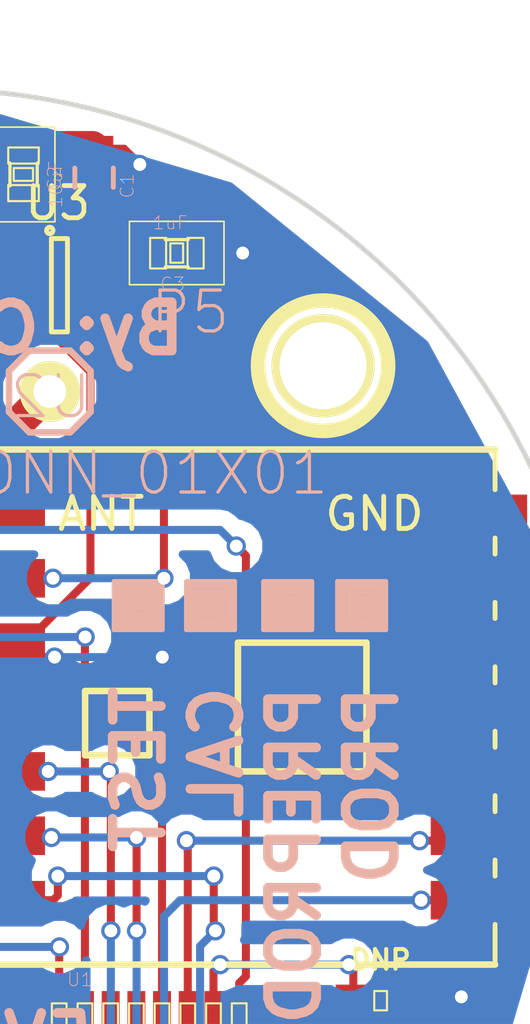
<source format=kicad_pcb>
(kicad_pcb (version 4) (host pcbnew 4.0.7-e2-6376~61~ubuntu18.04.1)

  (general
    (links 59)
    (no_connects 0)
    (area 139.25939 39.109523 187.034459 84.714286)
    (thickness 1.6)
    (drawings 143)
    (tracks 330)
    (zones 0)
    (modules 23)
    (nets 47)
  )

  (page A4)
  (layers
    (0 F.Cu signal hide)
    (31 B.Cu signal hide)
    (32 B.Adhes user hide)
    (33 F.Adhes user hide)
    (34 B.Paste user hide)
    (35 F.Paste user hide)
    (36 B.SilkS user hide)
    (37 F.SilkS user hide)
    (38 B.Mask user hide)
    (39 F.Mask user)
    (40 Dwgs.User user hide)
    (41 Cmts.User user hide)
    (42 Eco1.User user hide)
    (43 Eco2.User user hide)
    (44 Edge.Cuts user hide)
    (45 Margin user hide)
    (46 B.CrtYd user hide)
    (47 F.CrtYd user hide)
    (48 B.Fab user hide)
    (49 F.Fab user)
  )

  (setup
    (last_trace_width 0.25)
    (user_trace_width 0.25)
    (user_trace_width 0.5)
    (user_trace_width 0.75)
    (user_trace_width 1)
    (trace_clearance 0.2)
    (zone_clearance 0.508)
    (zone_45_only no)
    (trace_min 0.16)
    (segment_width 0.15)
    (edge_width 0.15)
    (via_size 0.6)
    (via_drill 0.4)
    (via_min_size 0.4)
    (via_min_drill 0.3)
    (uvia_size 0.3)
    (uvia_drill 0.1)
    (uvias_allowed no)
    (uvia_min_size 0.2)
    (uvia_min_drill 0.1)
    (pcb_text_width 0.3)
    (pcb_text_size 1.5 1.5)
    (mod_edge_width 0.15)
    (mod_text_size 1 1)
    (mod_text_width 0.15)
    (pad_size 1.8796 1.8796)
    (pad_drill 1.016)
    (pad_to_mask_clearance 0.2)
    (aux_axis_origin 139.4 84.6)
    (visible_elements FFFFFF7F)
    (pcbplotparams
      (layerselection 0x3f0fc_80000001)
      (usegerberextensions false)
      (excludeedgelayer true)
      (linewidth 0.100000)
      (plotframeref false)
      (viasonmask false)
      (mode 1)
      (useauxorigin false)
      (hpglpennumber 1)
      (hpglpenspeed 20)
      (hpglpendiameter 15)
      (hpglpenoverlay 2)
      (psnegative false)
      (psa4output false)
      (plotreference false)
      (plotvalue false)
      (plotinvisibletext false)
      (padsonsilk false)
      (subtractmaskfromsilk false)
      (outputformat 1)
      (mirror false)
      (drillshape 0)
      (scaleselection 1)
      (outputdirectory ""))
  )

  (net 0 "")
  (net 1 GND)
  (net 2 +5V)
  (net 3 +3V3)
  (net 4 "Net-(D1-Pad2)")
  (net 5 "Net-(D2-Pad2)")
  (net 6 "Net-(D3-Pad2)")
  (net 7 ARM_SWDIO)
  (net 8 ARM_SWCLK)
  (net 9 AUX1)
  (net 10 AUX2)
  (net 11 ANTENNA)
  (net 12 LED_INTERNAL)
  (net 13 RADIO_MISO)
  (net 14 RADIO_MOSI)
  (net 15 RADIO_SCK)
  (net 16 USB_D-)
  (net 17 RADIO_DIO0)
  (net 18 RADIO_NSS)
  (net 19 USB_D+)
  (net 20 "Net-(U2-Pad4)")
  (net 21 "Net-(U2-Pad10)")
  (net 22 "Net-(U2-Pad11)")
  (net 23 "Net-(U2-Pad12)")
  (net 24 "Net-(U2-Pad13)")
  (net 25 "Net-(U3-Pad4)")
  (net 26 "Net-(J2-Pad4)")
  (net 27 "Net-(U1-Pad3)")
  (net 28 "Net-(U1-Pad4)")
  (net 29 "Net-(U1-Pad5)")
  (net 30 "Net-(U1-Pad6)")
  (net 31 "Net-(U1-Pad7)")
  (net 32 "Net-(U1-Pad15)")
  (net 33 "Net-(U1-Pad16)")
  (net 34 "Net-(U1-Pad17)")
  (net 35 "Net-(U1-Pad18)")
  (net 36 "Net-(U1-Pad19)")
  (net 37 "Net-(U1-Pad20)")
  (net 38 "Net-(U1-Pad21)")
  (net 39 "Net-(U1-Pad22)")
  (net 40 "Net-(U1-Pad29)")
  (net 41 "Net-(C4-Pad2)")
  (net 42 "Net-(D1-Pad4)")
  (net 43 "Net-(D4-Pad2)")
  (net 44 "Net-(R1-Pad1)")
  (net 45 POWER_EATER)
  (net 46 "Net-(R3-Pad1)")

  (net_class Default "This is the default net class."
    (clearance 0.2)
    (trace_width 0.25)
    (via_dia 0.6)
    (via_drill 0.4)
    (uvia_dia 0.3)
    (uvia_drill 0.1)
    (add_net +3V3)
    (add_net +5V)
    (add_net ANTENNA)
    (add_net ARM_SWCLK)
    (add_net ARM_SWDIO)
    (add_net AUX1)
    (add_net AUX2)
    (add_net GND)
    (add_net LED_INTERNAL)
    (add_net "Net-(C4-Pad2)")
    (add_net "Net-(D1-Pad2)")
    (add_net "Net-(D1-Pad4)")
    (add_net "Net-(D2-Pad2)")
    (add_net "Net-(D3-Pad2)")
    (add_net "Net-(D4-Pad2)")
    (add_net "Net-(J2-Pad4)")
    (add_net "Net-(R1-Pad1)")
    (add_net "Net-(R3-Pad1)")
    (add_net "Net-(U1-Pad15)")
    (add_net "Net-(U1-Pad16)")
    (add_net "Net-(U1-Pad17)")
    (add_net "Net-(U1-Pad18)")
    (add_net "Net-(U1-Pad19)")
    (add_net "Net-(U1-Pad20)")
    (add_net "Net-(U1-Pad21)")
    (add_net "Net-(U1-Pad22)")
    (add_net "Net-(U1-Pad29)")
    (add_net "Net-(U1-Pad3)")
    (add_net "Net-(U1-Pad4)")
    (add_net "Net-(U1-Pad5)")
    (add_net "Net-(U1-Pad6)")
    (add_net "Net-(U1-Pad7)")
    (add_net "Net-(U2-Pad10)")
    (add_net "Net-(U2-Pad11)")
    (add_net "Net-(U2-Pad12)")
    (add_net "Net-(U2-Pad13)")
    (add_net "Net-(U2-Pad4)")
    (add_net "Net-(U3-Pad4)")
    (add_net POWER_EATER)
    (add_net RADIO_DIO0)
    (add_net RADIO_MISO)
    (add_net RADIO_MOSI)
    (add_net RADIO_NSS)
    (add_net RADIO_SCK)
    (add_net USB_D+)
    (add_net USB_D-)
  )

  (module Connector_USB:USB_Micro-B_Wuerth-614105150721_Vertical (layer B.Cu) (tedit 5A142044) (tstamp 5A6CC4AB)
    (at 155.7 77.5 270)
    (descr "USB Micro-B receptacle, through-hole, vertical, http://katalog.we-online.de/em/datasheet/614105150721.pdf")
    (tags "usb micro receptacle vertical")
    (path /5A6CC736)
    (fp_text reference J2 (at 1.3 2.48 270) (layer B.SilkS)
      (effects (font (size 1 1) (thickness 0.15)) (justify mirror))
    )
    (fp_text value 614105150721 (at 1.3 -2.92 270) (layer B.Fab)
      (effects (font (size 1 1) (thickness 0.15)) (justify mirror))
    )
    (fp_line (start -2.7 1.23) (end -1 1.23) (layer B.Fab) (width 0.15))
    (fp_line (start -1 1.23) (end 0 0.23) (layer B.Fab) (width 0.15))
    (fp_line (start 0 0.23) (end 1 1.23) (layer B.Fab) (width 0.15))
    (fp_line (start 1 1.23) (end 5.3 1.23) (layer B.Fab) (width 0.15))
    (fp_line (start 5.3 1.23) (end 5.3 -1.67) (layer B.Fab) (width 0.15))
    (fp_line (start 5.3 -1.67) (end -2.7 -1.67) (layer B.Fab) (width 0.15))
    (fp_line (start -2.7 -1.67) (end -2.7 1.23) (layer B.Fab) (width 0.15))
    (fp_line (start -2.85 0.905) (end -2.85 1.38) (layer B.SilkS) (width 0.15))
    (fp_line (start -2.85 1.38) (end 5.45 1.38) (layer B.SilkS) (width 0.15))
    (fp_line (start 5.45 1.38) (end 5.45 0.905) (layer B.SilkS) (width 0.15))
    (fp_line (start -2.85 -1.345) (end -2.85 -1.82) (layer B.SilkS) (width 0.15))
    (fp_line (start -2.85 -1.82) (end 5.45 -1.82) (layer B.SilkS) (width 0.15))
    (fp_line (start 5.45 -1.82) (end 5.45 -1.345) (layer B.SilkS) (width 0.15))
    (fp_line (start -1 1.68) (end 1 1.68) (layer B.SilkS) (width 0.15))
    (fp_line (start -3.2 1.73) (end -3.2 -2.17) (layer B.CrtYd) (width 0.05))
    (fp_line (start -3.2 -2.17) (end 5.8 -2.17) (layer B.CrtYd) (width 0.05))
    (fp_line (start 5.8 -2.17) (end 5.8 1.73) (layer B.CrtYd) (width 0.05))
    (fp_line (start 5.8 1.73) (end -3.2 1.73) (layer B.CrtYd) (width 0.05))
    (fp_text user %R (at 1.3 -0.22 270) (layer B.Fab)
      (effects (font (size 1 1) (thickness 0.15)) (justify mirror))
    )
    (pad 1 thru_hole rect (at 0 0 270) (size 0.84 0.84) (drill 0.44) (layers *.Cu *.Mask)
      (net 2 +5V))
    (pad 2 thru_hole circle (at 0.65 -1 270) (size 0.84 0.84) (drill 0.44) (layers *.Cu *.Mask)
      (net 16 USB_D-))
    (pad 3 thru_hole circle (at 1.3 0 270) (size 0.84 0.84) (drill 0.44) (layers *.Cu *.Mask)
      (net 19 USB_D+))
    (pad 4 thru_hole circle (at 1.95 -1 270) (size 0.84 0.84) (drill 0.44) (layers *.Cu *.Mask)
      (net 26 "Net-(J2-Pad4)"))
    (pad 5 thru_hole circle (at 2.6 0 270) (size 0.84 0.84) (drill 0.44) (layers *.Cu *.Mask)
      (net 1 GND))
    (pad 6 thru_hole oval (at -2.275 -0.22 270) (size 0.85 1.85) (drill oval 0.35 1.35) (layers *.Cu *.Mask))
    (pad 6 thru_hole oval (at 4.875 -0.22 270) (size 0.85 1.85) (drill oval 0.35 1.35) (layers *.Cu *.Mask))
    (model ${KISYS3DMOD}/Connector_USB.3dshapes/USB_Micro-B_Wuerth-614105150721_Vertical.wrl
      (at (xyz 0 0 0))
      (scale (xyz 1 1 1))
      (rotate (xyz 0 0 0))
    )
  )

  (module SparkFun-Connectors:1X05 placed (layer B.Cu) (tedit 5B232E55) (tstamp 5A5966AF)
    (at 159.65 71.91 270)
    (path /5A54290F)
    (attr virtual)
    (fp_text reference P4 (at 1.8288 2.4638 450) (layer F.SilkS)
      (effects (font (size 1.27 1.27) (thickness 0.127)))
    )
    (fp_text value CONN_01X05 (at 2.54 -2.54 270) (layer F.SilkS) hide
      (effects (font (size 1.27 1.27) (thickness 0.1016)))
    )
    (fp_line (start 9.906 -0.254) (end 10.414 -0.254) (layer B.SilkS) (width 0.06604))
    (fp_line (start 10.414 -0.254) (end 10.414 0.254) (layer B.SilkS) (width 0.06604))
    (fp_line (start 9.906 0.254) (end 10.414 0.254) (layer B.SilkS) (width 0.06604))
    (fp_line (start 9.906 -0.254) (end 9.906 0.254) (layer B.SilkS) (width 0.06604))
    (fp_line (start 7.366 -0.254) (end 7.874 -0.254) (layer B.SilkS) (width 0.06604))
    (fp_line (start 7.874 -0.254) (end 7.874 0.254) (layer B.SilkS) (width 0.06604))
    (fp_line (start 7.366 0.254) (end 7.874 0.254) (layer B.SilkS) (width 0.06604))
    (fp_line (start 7.366 -0.254) (end 7.366 0.254) (layer B.SilkS) (width 0.06604))
    (fp_line (start 4.826 -0.254) (end 5.334 -0.254) (layer B.SilkS) (width 0.06604))
    (fp_line (start 5.334 -0.254) (end 5.334 0.254) (layer B.SilkS) (width 0.06604))
    (fp_line (start 4.826 0.254) (end 5.334 0.254) (layer B.SilkS) (width 0.06604))
    (fp_line (start 4.826 -0.254) (end 4.826 0.254) (layer B.SilkS) (width 0.06604))
    (fp_line (start 2.286 -0.254) (end 2.794 -0.254) (layer B.SilkS) (width 0.06604))
    (fp_line (start 2.794 -0.254) (end 2.794 0.254) (layer B.SilkS) (width 0.06604))
    (fp_line (start 2.286 0.254) (end 2.794 0.254) (layer B.SilkS) (width 0.06604))
    (fp_line (start 2.286 -0.254) (end 2.286 0.254) (layer B.SilkS) (width 0.06604))
    (fp_line (start -0.254 -0.254) (end 0.254 -0.254) (layer B.SilkS) (width 0.06604))
    (fp_line (start 0.254 -0.254) (end 0.254 0.254) (layer B.SilkS) (width 0.06604))
    (fp_line (start -0.254 0.254) (end 0.254 0.254) (layer B.SilkS) (width 0.06604))
    (fp_line (start -0.254 -0.254) (end -0.254 0.254) (layer B.SilkS) (width 0.06604))
    (fp_line (start 6.985 1.27) (end 8.255 1.27) (layer F.SilkS) (width 0.2032))
    (fp_line (start 8.255 1.27) (end 8.89 0.635) (layer F.SilkS) (width 0.2032))
    (fp_line (start 8.89 -0.635) (end 8.255 -1.27) (layer F.SilkS) (width 0.2032))
    (fp_line (start 8.89 0.635) (end 9.525 1.27) (layer F.SilkS) (width 0.2032))
    (fp_line (start 9.525 1.27) (end 10.795 1.27) (layer F.SilkS) (width 0.2032))
    (fp_line (start 10.795 1.27) (end 11.43 0.635) (layer F.SilkS) (width 0.2032))
    (fp_line (start 11.43 -0.635) (end 10.795 -1.27) (layer F.SilkS) (width 0.2032))
    (fp_line (start 10.795 -1.27) (end 9.525 -1.27) (layer F.SilkS) (width 0.2032))
    (fp_line (start 9.525 -1.27) (end 8.89 -0.635) (layer F.SilkS) (width 0.2032))
    (fp_line (start 3.81 0.635) (end 4.445 1.27) (layer F.SilkS) (width 0.2032))
    (fp_line (start 4.445 1.27) (end 5.715 1.27) (layer F.SilkS) (width 0.2032))
    (fp_line (start 5.715 1.27) (end 6.35 0.635) (layer F.SilkS) (width 0.2032))
    (fp_line (start 6.35 -0.635) (end 5.715 -1.27) (layer F.SilkS) (width 0.2032))
    (fp_line (start 5.715 -1.27) (end 4.445 -1.27) (layer F.SilkS) (width 0.2032))
    (fp_line (start 4.445 -1.27) (end 3.81 -0.635) (layer F.SilkS) (width 0.2032))
    (fp_line (start 6.985 1.27) (end 6.35 0.635) (layer F.SilkS) (width 0.2032))
    (fp_line (start 6.35 -0.635) (end 6.985 -1.27) (layer F.SilkS) (width 0.2032))
    (fp_line (start 8.255 -1.27) (end 6.985 -1.27) (layer F.SilkS) (width 0.2032))
    (fp_line (start -0.635 1.27) (end 0.635 1.27) (layer F.SilkS) (width 0.2032))
    (fp_line (start 0.635 1.27) (end 1.27 0.635) (layer F.SilkS) (width 0.2032))
    (fp_line (start 1.27 -0.635) (end 0.635 -1.27) (layer F.SilkS) (width 0.2032))
    (fp_line (start 1.27 0.635) (end 1.905 1.27) (layer F.SilkS) (width 0.2032))
    (fp_line (start 1.905 1.27) (end 3.175 1.27) (layer F.SilkS) (width 0.2032))
    (fp_line (start 3.175 1.27) (end 3.81 0.635) (layer F.SilkS) (width 0.2032))
    (fp_line (start 3.81 -0.635) (end 3.175 -1.27) (layer F.SilkS) (width 0.2032))
    (fp_line (start 3.175 -1.27) (end 1.905 -1.27) (layer F.SilkS) (width 0.2032))
    (fp_line (start 1.905 -1.27) (end 1.27 -0.635) (layer F.SilkS) (width 0.2032))
    (fp_line (start -1.27 0.635) (end -1.27 -0.635) (layer F.SilkS) (width 0.2032))
    (fp_line (start -0.635 1.27) (end -1.27 0.635) (layer F.SilkS) (width 0.2032))
    (fp_line (start -1.27 -0.635) (end -0.635 -1.27) (layer F.SilkS) (width 0.2032))
    (fp_line (start 0.635 -1.27) (end -0.635 -1.27) (layer F.SilkS) (width 0.2032))
    (fp_line (start 11.43 0.635) (end 11.43 -0.635) (layer F.SilkS) (width 0.2032))
    (pad 1 thru_hole circle (at 0 0 270) (size 1.8796 1.8796) (drill 1.016) (layers *.Cu B.Paste B.SilkS B.Mask)
      (net 2 +5V))
    (pad 2 thru_hole circle (at 2.54 0 270) (size 1.8796 1.8796) (drill 1.016) (layers *.Cu B.Paste B.SilkS B.Mask)
      (net 3 +3V3))
    (pad 3 thru_hole circle (at 5.08 0 270) (size 1.8796 1.8796) (drill 1.016) (layers *.Cu B.Paste B.SilkS B.Mask)
      (net 9 AUX1))
    (pad 4 thru_hole circle (at 7.62 0 270) (size 1.8796 1.8796) (drill 1.016) (layers *.Cu B.Paste B.SilkS B.Mask)
      (net 10 AUX2))
    (pad 5 thru_hole circle (at 10.16 0 270) (size 1.8796 1.8796) (drill 1.016) (layers *.Cu B.Paste B.SilkS B.Mask)
      (net 1 GND))
  )

  (module SparkFun-Capacitors:0805 placed (layer F.Cu) (tedit 200000) (tstamp 5A596548)
    (at 165.07792 45.559766 270)
    (path /5A548BBE)
    (attr smd)
    (fp_text reference C1 (at 0.254 -1.0287 270) (layer B.SilkS)
      (effects (font (size 0.4064 0.4064) (thickness 0.0254)))
    )
    (fp_text value 10uF (at 0.2032 1.1938 270) (layer B.SilkS)
      (effects (font (size 0.4064 0.4064) (thickness 0.0254)))
    )
    (fp_line (start -0.29972 -0.59944) (end 0.29972 -0.59944) (layer B.SilkS) (width 0.1524))
    (fp_line (start -0.29972 0.59944) (end 0.29972 0.59944) (layer B.SilkS) (width 0.1524))
    (pad 1 smd rect (at -0.89916 0 270) (size 0.79756 1.19888) (layers F.Cu F.Paste F.Mask)
      (net 1 GND))
    (pad 2 smd rect (at 0.89916 0 270) (size 0.79756 1.19888) (layers F.Cu F.Paste F.Mask)
      (net 2 +5V))
  )

  (module SparkFun-Capacitors:0603 placed (layer F.Cu) (tedit 200000) (tstamp 5A596560)
    (at 162.87792 45.459766 270)
    (path /5A5477DB)
    (attr smd)
    (fp_text reference C2 (at 0.127 -0.9652 270) (layer B.SilkS)
      (effects (font (size 0.4064 0.4064) (thickness 0.0254)))
    )
    (fp_text value 1uF (at 0.2032 0.9398 270) (layer B.SilkS)
      (effects (font (size 0.4064 0.4064) (thickness 0.0254)))
    )
    (fp_line (start -0.8382 0.4699) (end -0.33782 0.4699) (layer F.SilkS) (width 0.06604))
    (fp_line (start -0.33782 0.4699) (end -0.33782 -0.48006) (layer F.SilkS) (width 0.06604))
    (fp_line (start -0.8382 -0.48006) (end -0.33782 -0.48006) (layer F.SilkS) (width 0.06604))
    (fp_line (start -0.8382 0.4699) (end -0.8382 -0.48006) (layer F.SilkS) (width 0.06604))
    (fp_line (start 0.3302 0.4699) (end 0.82804 0.4699) (layer F.SilkS) (width 0.06604))
    (fp_line (start 0.82804 0.4699) (end 0.82804 -0.48006) (layer F.SilkS) (width 0.06604))
    (fp_line (start 0.3302 -0.48006) (end 0.82804 -0.48006) (layer F.SilkS) (width 0.06604))
    (fp_line (start 0.3302 0.4699) (end 0.3302 -0.48006) (layer F.SilkS) (width 0.06604))
    (fp_line (start -0.19812 0.29972) (end 0.19812 0.29972) (layer F.SilkS) (width 0.06604))
    (fp_line (start 0.19812 0.29972) (end 0.19812 -0.29972) (layer F.SilkS) (width 0.06604))
    (fp_line (start -0.19812 -0.29972) (end 0.19812 -0.29972) (layer F.SilkS) (width 0.06604))
    (fp_line (start -0.19812 0.29972) (end -0.19812 -0.29972) (layer F.SilkS) (width 0.06604))
    (fp_line (start -1.47066 -0.98298) (end 1.47066 -0.98298) (layer F.SilkS) (width 0.0508))
    (fp_line (start 1.47066 -0.98298) (end 1.47066 0.98298) (layer F.SilkS) (width 0.0508))
    (fp_line (start 1.47066 0.98298) (end -1.47066 0.98298) (layer F.SilkS) (width 0.0508))
    (fp_line (start -1.47066 0.98298) (end -1.47066 -0.98298) (layer F.SilkS) (width 0.0508))
    (fp_line (start -0.3556 -0.4318) (end 0.3556 -0.4318) (layer F.SilkS) (width 0.1016))
    (fp_line (start -0.3556 0.41656) (end 0.3556 0.41656) (layer F.SilkS) (width 0.1016))
    (pad 1 smd rect (at -0.84836 0 270) (size 1.09982 0.99822) (layers F.Cu F.Paste F.Mask)
      (net 1 GND))
    (pad 2 smd rect (at 0.84836 0 270) (size 1.09982 0.99822) (layers F.Cu F.Paste F.Mask)
      (net 2 +5V))
  )

  (module SparkFun-Capacitors:0603 placed (layer F.Cu) (tedit 200000) (tstamp 5A596578)
    (at 167.64836 47.9 180)
    (path /5A547830)
    (attr smd)
    (fp_text reference C3 (at 0.127 -0.9652 180) (layer B.SilkS)
      (effects (font (size 0.4064 0.4064) (thickness 0.0254)))
    )
    (fp_text value 1uF (at 0.2032 0.9398 180) (layer B.SilkS)
      (effects (font (size 0.4064 0.4064) (thickness 0.0254)))
    )
    (fp_line (start -0.8382 0.4699) (end -0.33782 0.4699) (layer F.SilkS) (width 0.06604))
    (fp_line (start -0.33782 0.4699) (end -0.33782 -0.48006) (layer F.SilkS) (width 0.06604))
    (fp_line (start -0.8382 -0.48006) (end -0.33782 -0.48006) (layer F.SilkS) (width 0.06604))
    (fp_line (start -0.8382 0.4699) (end -0.8382 -0.48006) (layer F.SilkS) (width 0.06604))
    (fp_line (start 0.3302 0.4699) (end 0.82804 0.4699) (layer F.SilkS) (width 0.06604))
    (fp_line (start 0.82804 0.4699) (end 0.82804 -0.48006) (layer F.SilkS) (width 0.06604))
    (fp_line (start 0.3302 -0.48006) (end 0.82804 -0.48006) (layer F.SilkS) (width 0.06604))
    (fp_line (start 0.3302 0.4699) (end 0.3302 -0.48006) (layer F.SilkS) (width 0.06604))
    (fp_line (start -0.19812 0.29972) (end 0.19812 0.29972) (layer F.SilkS) (width 0.06604))
    (fp_line (start 0.19812 0.29972) (end 0.19812 -0.29972) (layer F.SilkS) (width 0.06604))
    (fp_line (start -0.19812 -0.29972) (end 0.19812 -0.29972) (layer F.SilkS) (width 0.06604))
    (fp_line (start -0.19812 0.29972) (end -0.19812 -0.29972) (layer F.SilkS) (width 0.06604))
    (fp_line (start -1.47066 -0.98298) (end 1.47066 -0.98298) (layer F.SilkS) (width 0.0508))
    (fp_line (start 1.47066 -0.98298) (end 1.47066 0.98298) (layer F.SilkS) (width 0.0508))
    (fp_line (start 1.47066 0.98298) (end -1.47066 0.98298) (layer F.SilkS) (width 0.0508))
    (fp_line (start -1.47066 0.98298) (end -1.47066 -0.98298) (layer F.SilkS) (width 0.0508))
    (fp_line (start -0.3556 -0.4318) (end 0.3556 -0.4318) (layer F.SilkS) (width 0.1016))
    (fp_line (start -0.3556 0.41656) (end 0.3556 0.41656) (layer F.SilkS) (width 0.1016))
    (pad 1 smd rect (at -0.84836 0 180) (size 1.09982 0.99822) (layers F.Cu F.Paste F.Mask)
      (net 1 GND))
    (pad 2 smd rect (at 0.84836 0 180) (size 1.09982 0.99822) (layers F.Cu F.Paste F.Mask)
      (net 3 +3V3))
  )

  (module SparkFun-Connectors:1X01 placed (layer F.Cu) (tedit 200000) (tstamp 5A5966C0)
    (at 163.7 52.2)
    (path /5A542715)
    (attr virtual)
    (fp_text reference P5 (at 4.36626 -2.4638) (layer B.SilkS)
      (effects (font (size 1.27 1.27) (thickness 0.1016)))
    )
    (fp_text value CONN_01X01 (at 2.54 2.54) (layer B.SilkS)
      (effects (font (size 1.27 1.27) (thickness 0.1016)))
    )
    (fp_line (start -0.254 0.254) (end 0.254 0.254) (layer F.SilkS) (width 0.06604))
    (fp_line (start 0.254 0.254) (end 0.254 -0.254) (layer F.SilkS) (width 0.06604))
    (fp_line (start -0.254 -0.254) (end 0.254 -0.254) (layer F.SilkS) (width 0.06604))
    (fp_line (start -0.254 0.254) (end -0.254 -0.254) (layer F.SilkS) (width 0.06604))
    (fp_line (start 1.27 -0.635) (end 0.635 -1.27) (layer B.SilkS) (width 0.2032))
    (fp_line (start 0.635 -1.27) (end -0.635 -1.27) (layer B.SilkS) (width 0.2032))
    (fp_line (start -0.635 -1.27) (end -1.27 -0.635) (layer B.SilkS) (width 0.2032))
    (fp_line (start -1.27 -0.635) (end -1.27 0.635) (layer B.SilkS) (width 0.2032))
    (fp_line (start -1.27 0.635) (end -0.635 1.27) (layer B.SilkS) (width 0.2032))
    (fp_line (start -0.635 1.27) (end 0.635 1.27) (layer B.SilkS) (width 0.2032))
    (fp_line (start 0.635 1.27) (end 1.27 0.635) (layer B.SilkS) (width 0.2032))
    (fp_line (start 1.27 0.635) (end 1.27 -0.635) (layer B.SilkS) (width 0.2032))
    (pad 1 thru_hole circle (at 0 0) (size 1.8796 1.8796) (drill 1.016) (layers *.Cu F.Paste F.SilkS F.Mask)
      (net 11 ANTENNA))
  )

  (module TO_SOT_Packages_SMD:SOT-23-5 placed (layer F.Cu) (tedit 55360473) (tstamp 5A596726)
    (at 164 48.9)
    (descr "5-pin SOT23 package")
    (tags SOT-23-5)
    (path /5A547287)
    (attr smd)
    (fp_text reference U3 (at -0.05 -2.55) (layer F.SilkS)
      (effects (font (size 1 1) (thickness 0.15)))
    )
    (fp_text value MIC5504 (at 5 0.6) (layer F.Fab)
      (effects (font (size 1 1) (thickness 0.15)))
    )
    (fp_line (start -1.8 -1.6) (end 1.8 -1.6) (layer F.CrtYd) (width 0.05))
    (fp_line (start 1.8 -1.6) (end 1.8 1.6) (layer F.CrtYd) (width 0.05))
    (fp_line (start 1.8 1.6) (end -1.8 1.6) (layer F.CrtYd) (width 0.05))
    (fp_line (start -1.8 1.6) (end -1.8 -1.6) (layer F.CrtYd) (width 0.05))
    (fp_circle (center -0.3 -1.7) (end -0.2 -1.7) (layer F.SilkS) (width 0.15))
    (fp_line (start 0.25 -1.45) (end -0.25 -1.45) (layer F.SilkS) (width 0.15))
    (fp_line (start 0.25 1.45) (end 0.25 -1.45) (layer F.SilkS) (width 0.15))
    (fp_line (start -0.25 1.45) (end 0.25 1.45) (layer F.SilkS) (width 0.15))
    (fp_line (start -0.25 -1.45) (end -0.25 1.45) (layer F.SilkS) (width 0.15))
    (pad 1 smd rect (at -1.1 -0.95) (size 1.06 0.65) (layers F.Cu F.Paste F.Mask)
      (net 2 +5V))
    (pad 2 smd rect (at -1.1 0) (size 1.06 0.65) (layers F.Cu F.Paste F.Mask)
      (net 1 GND))
    (pad 3 smd rect (at -1.1 0.95) (size 1.06 0.65) (layers F.Cu F.Paste F.Mask)
      (net 2 +5V))
    (pad 4 smd rect (at 1.1 0.95) (size 1.06 0.65) (layers F.Cu F.Paste F.Mask)
      (net 25 "Net-(U3-Pad4)"))
    (pad 5 smd rect (at 1.1 -0.95) (size 1.06 0.65) (layers F.Cu F.Paste F.Mask)
      (net 3 +3V3))
    (model TO_SOT_Packages_SMD.3dshapes/SOT-23-5.wrl
      (at (xyz 0 0 0))
      (scale (xyz 1 1 1))
      (rotate (xyz 0 0 0))
    )
  )

  (module homebrew:hole-m2.5 (layer F.Cu) (tedit 59386D59) (tstamp 5A5AA1E9)
    (at 150.7 78)
    (path /5A5AA266)
    (fp_text reference H1 (at 0 0.5) (layer F.SilkS)
      (effects (font (size 1 1) (thickness 0.15)))
    )
    (fp_text value hole (at 0 -0.5) (layer F.Fab)
      (effects (font (size 1 1) (thickness 0.15)))
    )
    (fp_circle (center 0 0) (end 1.76 -1) (layer F.SilkS) (width 0.45))
    (pad 1 thru_hole circle (at 0 0 270) (size 3.2 3.2) (drill 2.7) (layers *.Cu *.Mask F.SilkS))
  )

  (module homebrew:hole-m2.5 (layer F.Cu) (tedit 59386D59) (tstamp 5A5AA1EE)
    (at 172.2 51.4)
    (path /5A5AA2E7)
    (fp_text reference H2 (at 0 0.5) (layer F.SilkS)
      (effects (font (size 1 1) (thickness 0.15)))
    )
    (fp_text value hole (at 0 -0.5) (layer F.Fab)
      (effects (font (size 1 1) (thickness 0.15)))
    )
    (fp_circle (center 0 0) (end 1.76 -1) (layer F.SilkS) (width 0.45))
    (pad 1 thru_hole circle (at 0 0 270) (size 3.2 3.2) (drill 2.7) (layers *.Cu *.Mask F.SilkS))
  )

  (module homebrew:WS2812B placed (layer F.Cu) (tedit 5A6CA3FB) (tstamp 5A6CAF34)
    (at 148.5 52.7)
    (descr "INTELLIGENT CONTROL LED WITH INTEGRATED LIGHT SOURCE")
    (tags "INTELLIGENT CONTROL LED WITH INTEGRATED LIGHT SOURCE")
    (path /5A54355C)
    (attr smd)
    (fp_text reference D1 (at 6.79196 -1.70688) (layer B.SilkS)
      (effects (font (size 1.016 1.016) (thickness 0.0762)))
    )
    (fp_text value WS2812B (at 6.08076 1.29286) (layer B.SilkS)
      (effects (font (size 0.6096 0.6096) (thickness 0.0508)))
    )
    (fp_line (start -2.49936 -2.49936) (end -2.49936 2.49936) (layer F.SilkS) (width 0.127))
    (fp_line (start -2.49936 2.49936) (end 2.49936 2.49936) (layer F.SilkS) (width 0.127))
    (fp_line (start 2.49936 2.49936) (end 2.49936 -2.49936) (layer F.SilkS) (width 0.127))
    (fp_line (start 2.49936 -2.49936) (end -2.49936 -2.49936) (layer F.SilkS) (width 0.127))
    (fp_line (start 2.5 0) (end 0 2.5) (layer F.SilkS) (width 0.2032))
    (pad 1 smd rect (at -2.57556 -1.59766) (size 1.651 0.99822) (layers F.Cu F.Paste F.Mask)
      (net 2 +5V))
    (pad 2 smd rect (at -2.57556 1.59766) (size 1.651 0.99822) (layers F.Cu F.Paste F.Mask)
      (net 4 "Net-(D1-Pad2)"))
    (pad 3 smd rect (at 2.57556 1.59766) (size 1.651 0.99822) (layers F.Cu F.Paste F.Mask)
      (net 1 GND))
    (pad 4 smd rect (at 2.57556 -1.59766) (size 1.651 0.99822) (layers F.Cu F.Paste F.Mask)
      (net 42 "Net-(D1-Pad4)"))
  )

  (module homebrew:WS2812B placed (layer F.Cu) (tedit 5A6CA3FB) (tstamp 5A6CAF40)
    (at 145.3 58.3)
    (descr "INTELLIGENT CONTROL LED WITH INTEGRATED LIGHT SOURCE")
    (tags "INTELLIGENT CONTROL LED WITH INTEGRATED LIGHT SOURCE")
    (path /5A5435CB)
    (attr smd)
    (fp_text reference D2 (at 6.79196 -1.70688) (layer B.SilkS)
      (effects (font (size 1.016 1.016) (thickness 0.0762)))
    )
    (fp_text value WS2812B (at 6.08076 1.29286) (layer B.SilkS)
      (effects (font (size 0.6096 0.6096) (thickness 0.0508)))
    )
    (fp_line (start -2.49936 -2.49936) (end -2.49936 2.49936) (layer F.SilkS) (width 0.127))
    (fp_line (start -2.49936 2.49936) (end 2.49936 2.49936) (layer F.SilkS) (width 0.127))
    (fp_line (start 2.49936 2.49936) (end 2.49936 -2.49936) (layer F.SilkS) (width 0.127))
    (fp_line (start 2.49936 -2.49936) (end -2.49936 -2.49936) (layer F.SilkS) (width 0.127))
    (fp_line (start 2.5 0) (end 0 2.5) (layer F.SilkS) (width 0.2032))
    (pad 1 smd rect (at -2.57556 -1.59766) (size 1.651 0.99822) (layers F.Cu F.Paste F.Mask)
      (net 2 +5V))
    (pad 2 smd rect (at -2.57556 1.59766) (size 1.651 0.99822) (layers F.Cu F.Paste F.Mask)
      (net 5 "Net-(D2-Pad2)"))
    (pad 3 smd rect (at 2.57556 1.59766) (size 1.651 0.99822) (layers F.Cu F.Paste F.Mask)
      (net 1 GND))
    (pad 4 smd rect (at 2.57556 -1.59766) (size 1.651 0.99822) (layers F.Cu F.Paste F.Mask)
      (net 4 "Net-(D1-Pad2)"))
  )

  (module homebrew:WS2812B placed (layer F.Cu) (tedit 5A6CA3FB) (tstamp 5A6CAF4C)
    (at 145.3 63.9)
    (descr "INTELLIGENT CONTROL LED WITH INTEGRATED LIGHT SOURCE")
    (tags "INTELLIGENT CONTROL LED WITH INTEGRATED LIGHT SOURCE")
    (path /5A543630)
    (attr smd)
    (fp_text reference D3 (at 6.79196 -1.70688) (layer B.SilkS)
      (effects (font (size 1.016 1.016) (thickness 0.0762)))
    )
    (fp_text value WS2812B (at 6.08076 1.29286) (layer B.SilkS)
      (effects (font (size 0.6096 0.6096) (thickness 0.0508)))
    )
    (fp_line (start -2.49936 -2.49936) (end -2.49936 2.49936) (layer F.SilkS) (width 0.127))
    (fp_line (start -2.49936 2.49936) (end 2.49936 2.49936) (layer F.SilkS) (width 0.127))
    (fp_line (start 2.49936 2.49936) (end 2.49936 -2.49936) (layer F.SilkS) (width 0.127))
    (fp_line (start 2.49936 -2.49936) (end -2.49936 -2.49936) (layer F.SilkS) (width 0.127))
    (fp_line (start 2.5 0) (end 0 2.5) (layer F.SilkS) (width 0.2032))
    (pad 1 smd rect (at -2.57556 -1.59766) (size 1.651 0.99822) (layers F.Cu F.Paste F.Mask)
      (net 2 +5V))
    (pad 2 smd rect (at -2.57556 1.59766) (size 1.651 0.99822) (layers F.Cu F.Paste F.Mask)
      (net 6 "Net-(D3-Pad2)"))
    (pad 3 smd rect (at 2.57556 1.59766) (size 1.651 0.99822) (layers F.Cu F.Paste F.Mask)
      (net 1 GND))
    (pad 4 smd rect (at 2.57556 -1.59766) (size 1.651 0.99822) (layers F.Cu F.Paste F.Mask)
      (net 5 "Net-(D2-Pad2)"))
  )

  (module homebrew:WS2812B placed (layer F.Cu) (tedit 5A6CA3FB) (tstamp 5A6CAF58)
    (at 146.9 69.6)
    (descr "INTELLIGENT CONTROL LED WITH INTEGRATED LIGHT SOURCE")
    (tags "INTELLIGENT CONTROL LED WITH INTEGRATED LIGHT SOURCE")
    (path /5A54365F)
    (attr smd)
    (fp_text reference D4 (at 6.79196 -1.70688) (layer B.SilkS)
      (effects (font (size 1.016 1.016) (thickness 0.0762)))
    )
    (fp_text value WS2812B (at 6.08076 1.29286) (layer B.SilkS)
      (effects (font (size 0.6096 0.6096) (thickness 0.0508)))
    )
    (fp_line (start -2.49936 -2.49936) (end -2.49936 2.49936) (layer F.SilkS) (width 0.127))
    (fp_line (start -2.49936 2.49936) (end 2.49936 2.49936) (layer F.SilkS) (width 0.127))
    (fp_line (start 2.49936 2.49936) (end 2.49936 -2.49936) (layer F.SilkS) (width 0.127))
    (fp_line (start 2.49936 -2.49936) (end -2.49936 -2.49936) (layer F.SilkS) (width 0.127))
    (fp_line (start 2.5 0) (end 0 2.5) (layer F.SilkS) (width 0.2032))
    (pad 1 smd rect (at -2.57556 -1.59766) (size 1.651 0.99822) (layers F.Cu F.Paste F.Mask)
      (net 2 +5V))
    (pad 2 smd rect (at -2.57556 1.59766) (size 1.651 0.99822) (layers F.Cu F.Paste F.Mask)
      (net 43 "Net-(D4-Pad2)"))
    (pad 3 smd rect (at 2.57556 1.59766) (size 1.651 0.99822) (layers F.Cu F.Paste F.Mask)
      (net 1 GND))
    (pad 4 smd rect (at 2.57556 -1.59766) (size 1.651 0.99822) (layers F.Cu F.Paste F.Mask)
      (net 6 "Net-(D3-Pad2)"))
  )

  (module Pin_Headers:Pin_Header_Straight_1x01_Pitch1.27mm (layer F.Cu) (tedit 5B5698EF) (tstamp 5A6CC5A6)
    (at 153.7 54.5)
    (descr "Through hole straight pin header, 1x01, 1.27mm pitch, single row")
    (tags "Through hole pin header THT 1x01 1.27mm single row")
    (path /5A6CACDA)
    (fp_text reference J3 (at 0 -1.755) (layer F.SilkS)
      (effects (font (size 1 1) (thickness 0.15)))
    )
    (fp_text value CONN_01X01 (at 0 1.755) (layer F.Fab) hide
      (effects (font (size 1 1) (thickness 0.15)))
    )
    (fp_line (start -1.27 -0.635) (end -1.27 0.635) (layer F.Fab) (width 0.1))
    (fp_line (start -1.27 0.635) (end 1.27 0.635) (layer F.Fab) (width 0.1))
    (fp_line (start 1.27 0.635) (end 1.27 -0.635) (layer F.Fab) (width 0.1))
    (fp_line (start 1.27 -0.635) (end -1.27 -0.635) (layer F.Fab) (width 0.1))
    (fp_line (start -1.39 0.635) (end -1.39 0.755) (layer F.SilkS) (width 0.12))
    (fp_line (start -1.39 0.755) (end 1.39 0.755) (layer F.SilkS) (width 0.12))
    (fp_line (start 1.39 0.755) (end 1.39 0.635) (layer F.SilkS) (width 0.12))
    (fp_line (start 1.39 0.635) (end -1.39 0.635) (layer F.SilkS) (width 0.12))
    (fp_line (start -1.39 0) (end -1.39 -0.755) (layer F.SilkS) (width 0.12))
    (fp_line (start -1.39 -0.755) (end 0 -0.755) (layer F.SilkS) (width 0.12))
    (fp_line (start -1.6 -0.9) (end -1.6 0.9) (layer F.CrtYd) (width 0.05))
    (fp_line (start -1.6 0.9) (end 1.6 0.9) (layer F.CrtYd) (width 0.05))
    (fp_line (start 1.6 0.9) (end 1.6 -0.9) (layer F.CrtYd) (width 0.05))
    (fp_line (start 1.6 -0.9) (end -1.6 -0.9) (layer F.CrtYd) (width 0.05))
    (pad 1 thru_hole rect (at 0 0) (size 1 1) (drill 0.65) (layers *.Cu *.Mask)
      (net 42 "Net-(D1-Pad4)"))
    (model Pin_Headers.3dshapes/Pin_Header_Straight_1x01_Pitch1.27mm.wrl
      (at (xyz 0 0 0))
      (scale (xyz 1 1 1))
      (rotate (xyz 0 0 0))
    )
  )

  (module homebrew:RFM69CW placed (layer F.Cu) (tedit 5A866A31) (tstamp 5B232EB6)
    (at 169.55 62)
    (path /5A542578)
    (attr smd)
    (fp_text reference U2 (at -5.82422 -9.63422) (layer B.SilkS)
      (effects (font (size 1.27 1.27) (thickness 0.1016)) (justify mirror))
    )
    (fp_text value RFM69CW (at 12.80922 -9.63422) (layer B.SilkS) hide
      (effects (font (size 1.27 1.27) (thickness 0.1016)) (justify mirror))
    )
    (fp_text user ANT (at -4.25 -6) (layer F.SilkS)
      (effects (font (size 1 1) (thickness 0.15)))
    )
    (fp_text user GND (at 4.25 -6) (layer F.SilkS)
      (effects (font (size 1 1) (thickness 0.15)))
    )
    (fp_line (start -8 -6.75) (end -8 -8) (layer F.SilkS) (width 0.15))
    (fp_line (start -8 -4.75) (end -8 -5.25) (layer F.SilkS) (width 0.15))
    (fp_line (start -8 -2.75) (end -8 -3.25) (layer F.SilkS) (width 0.15))
    (fp_line (start -8 -0.75) (end -8 -1.25) (layer F.SilkS) (width 0.15))
    (fp_line (start -8 1.25) (end -8 0.75) (layer F.SilkS) (width 0.15))
    (fp_line (start -8 3.25) (end -8 2.75) (layer F.SilkS) (width 0.15))
    (fp_line (start -8 5.25) (end -8 4.75) (layer F.SilkS) (width 0.15))
    (fp_line (start -8 8) (end -8 6.75) (layer F.SilkS) (width 0.15))
    (fp_line (start 8 6.75) (end 8 8) (layer F.SilkS) (width 0.15))
    (fp_line (start 8 4.75) (end 8 5.25) (layer F.SilkS) (width 0.15))
    (fp_line (start 8 2.75) (end 8 3.25) (layer F.SilkS) (width 0.15))
    (fp_line (start 8 0.75) (end 8 1.25) (layer F.SilkS) (width 0.15))
    (fp_line (start 8 -1.25) (end 8 -0.75) (layer F.SilkS) (width 0.15))
    (fp_line (start 8 -3.25) (end 8 -2.75) (layer F.SilkS) (width 0.15))
    (fp_line (start 8 -5.25) (end 8 -4.75) (layer F.SilkS) (width 0.15))
    (fp_line (start 8 -8) (end 8 -6.75) (layer F.SilkS) (width 0.15))
    (fp_line (start -7.99846 -7.99846) (end 7.99846 -7.99846) (layer F.SilkS) (width 0.2032))
    (fp_line (start 7.99846 7.99846) (end -7.99846 7.99846) (layer F.SilkS) (width 0.2032))
    (fp_line (start 0.00204 -1.99898) (end 0.00204 1.99898) (layer F.SilkS) (width 0.2032))
    (fp_line (start 0.00204 1.99898) (end 4 1.99898) (layer F.SilkS) (width 0.2032))
    (fp_line (start 4 1.99898) (end 4 -1.99898) (layer F.SilkS) (width 0.2032))
    (fp_line (start 4 -1.99898) (end 0.00204 -1.99898) (layer F.SilkS) (width 0.2032))
    (fp_line (start -4.75102 1.49784) (end -4.75102 -0.4986) (layer F.SilkS) (width 0.2032))
    (fp_line (start -2.75204 -0.4986) (end -4.75102 -0.4986) (layer F.SilkS) (width 0.2032))
    (fp_line (start -2.75204 1.49784) (end -2.75204 -0.4986) (layer F.SilkS) (width 0.2032))
    (fp_line (start -2.75204 1.49784) (end -4.75102 1.49784) (layer F.SilkS) (width 0.2032))
    (pad 1 smd rect (at -7.49808 -5.99948) (size 2.99974 1.19888) (layers F.Cu F.Paste F.Mask)
      (net 11 ANTENNA))
    (pad 2 smd rect (at -7.49808 -3.99796) (size 2.99974 1.19888) (layers F.Cu F.Paste F.Mask)
      (net 3 +3V3))
    (pad 3 smd rect (at -7.49808 -1.99898) (size 2.99974 1.19888) (layers F.Cu F.Paste F.Mask)
      (net 1 GND))
    (pad 4 smd rect (at -7.49808 0) (size 2.99974 1.19888) (layers F.Cu F.Paste F.Mask)
      (net 20 "Net-(U2-Pad4)"))
    (pad 5 smd rect (at -7.49808 1.99898) (size 2.99974 1.19888) (layers F.Cu F.Paste F.Mask)
      (net 14 RADIO_MOSI))
    (pad 6 smd rect (at -7.49808 3.99796) (size 2.99974 1.19888) (layers F.Cu F.Paste F.Mask)
      (net 15 RADIO_SCK))
    (pad 7 smd rect (at -7.49808 5.99948) (size 2.99974 1.19888) (layers F.Cu F.Paste F.Mask)
      (net 18 RADIO_NSS))
    (pad 8 smd rect (at 7.49808 5.99948) (size 2.99974 1.19888) (layers F.Cu F.Paste F.Mask)
      (net 13 RADIO_MISO))
    (pad 9 smd rect (at 7.49808 3.99796) (size 2.99974 1.19888) (layers F.Cu F.Paste F.Mask)
      (net 17 RADIO_DIO0))
    (pad 10 smd rect (at 7.49808 1.99898) (size 2.99974 1.19888) (layers F.Cu F.Paste F.Mask)
      (net 21 "Net-(U2-Pad10)"))
    (pad 11 smd rect (at 7.49808 0) (size 2.99974 1.19888) (layers F.Cu F.Paste F.Mask)
      (net 22 "Net-(U2-Pad11)"))
    (pad 12 smd rect (at 7.49808 -1.99898) (size 2.99974 1.19888) (layers F.Cu F.Paste F.Mask)
      (net 23 "Net-(U2-Pad12)"))
    (pad 13 smd rect (at 7.49808 -3.99796) (size 2.99974 1.19888) (layers F.Cu F.Paste F.Mask)
      (net 24 "Net-(U2-Pad13)"))
    (pad 14 smd rect (at 7.49808 -5.99948) (size 2.99974 1.19888) (layers F.Cu F.Paste F.Mask)
      (net 1 GND))
  )

  (module homebrew:TQFP32-08 (layer F.Cu) (tedit 5B3955CB) (tstamp 5B395ADB)
    (at 166.7926 75.74878)
    (descr "THIN PLASIC QUAD FLAT PACKAGE GRID 0.8 MM")
    (tags "THIN PLASIC QUAD FLAT PACKAGE GRID 0.8 MM")
    (path /5B20A86A)
    (attr smd)
    (fp_text reference U1 (at -2.159 -5.2832) (layer B.SilkS)
      (effects (font (size 0.4064 0.4064) (thickness 0.0254)))
    )
    (fp_text value SAMD21E18 (at -1.3208 6.1468) (layer B.SilkS)
      (effects (font (size 0.4064 0.4064) (thickness 0.0254)))
    )
    (fp_line (start -4.5466 -2.57048) (end -3.556 -2.57048) (layer F.SilkS) (width 0.06604))
    (fp_line (start -3.556 -2.57048) (end -3.556 -3.02768) (layer F.SilkS) (width 0.06604))
    (fp_line (start -4.5466 -3.02768) (end -3.556 -3.02768) (layer F.SilkS) (width 0.06604))
    (fp_line (start -4.5466 -2.57048) (end -4.5466 -3.02768) (layer F.SilkS) (width 0.06604))
    (fp_line (start -4.5466 -1.77038) (end -3.556 -1.77038) (layer F.SilkS) (width 0.06604))
    (fp_line (start -3.556 -1.77038) (end -3.556 -2.22758) (layer F.SilkS) (width 0.06604))
    (fp_line (start -4.5466 -2.22758) (end -3.556 -2.22758) (layer F.SilkS) (width 0.06604))
    (fp_line (start -4.5466 -1.77038) (end -4.5466 -2.22758) (layer F.SilkS) (width 0.06604))
    (fp_line (start -4.5466 -0.97028) (end -3.556 -0.97028) (layer F.SilkS) (width 0.06604))
    (fp_line (start -3.556 -0.97028) (end -3.556 -1.42748) (layer F.SilkS) (width 0.06604))
    (fp_line (start -4.5466 -1.42748) (end -3.556 -1.42748) (layer F.SilkS) (width 0.06604))
    (fp_line (start -4.5466 -0.97028) (end -4.5466 -1.42748) (layer F.SilkS) (width 0.06604))
    (fp_line (start -4.5466 -0.17018) (end -3.556 -0.17018) (layer F.SilkS) (width 0.06604))
    (fp_line (start -3.556 -0.17018) (end -3.556 -0.62738) (layer F.SilkS) (width 0.06604))
    (fp_line (start -4.5466 -0.62738) (end -3.556 -0.62738) (layer F.SilkS) (width 0.06604))
    (fp_line (start -4.5466 -0.17018) (end -4.5466 -0.62738) (layer F.SilkS) (width 0.06604))
    (fp_line (start -4.5466 0.62738) (end -3.556 0.62738) (layer F.SilkS) (width 0.06604))
    (fp_line (start -3.556 0.62738) (end -3.556 0.17018) (layer F.SilkS) (width 0.06604))
    (fp_line (start -4.5466 0.17018) (end -3.556 0.17018) (layer F.SilkS) (width 0.06604))
    (fp_line (start -4.5466 0.62738) (end -4.5466 0.17018) (layer F.SilkS) (width 0.06604))
    (fp_line (start -4.5466 1.42748) (end -3.556 1.42748) (layer F.SilkS) (width 0.06604))
    (fp_line (start -3.556 1.42748) (end -3.556 0.97028) (layer F.SilkS) (width 0.06604))
    (fp_line (start -4.5466 0.97028) (end -3.556 0.97028) (layer F.SilkS) (width 0.06604))
    (fp_line (start -4.5466 1.42748) (end -4.5466 0.97028) (layer F.SilkS) (width 0.06604))
    (fp_line (start -4.5466 2.22758) (end -3.556 2.22758) (layer F.SilkS) (width 0.06604))
    (fp_line (start -3.556 2.22758) (end -3.556 1.77038) (layer F.SilkS) (width 0.06604))
    (fp_line (start -4.5466 1.77038) (end -3.556 1.77038) (layer F.SilkS) (width 0.06604))
    (fp_line (start -4.5466 2.22758) (end -4.5466 1.77038) (layer F.SilkS) (width 0.06604))
    (fp_line (start -4.5466 3.02768) (end -3.556 3.02768) (layer F.SilkS) (width 0.06604))
    (fp_line (start -3.556 3.02768) (end -3.556 2.57048) (layer F.SilkS) (width 0.06604))
    (fp_line (start -4.5466 2.57048) (end -3.556 2.57048) (layer F.SilkS) (width 0.06604))
    (fp_line (start -4.5466 3.02768) (end -4.5466 2.57048) (layer F.SilkS) (width 0.06604))
    (fp_line (start -3.02768 4.5466) (end -2.57048 4.5466) (layer F.SilkS) (width 0.06604))
    (fp_line (start -2.57048 4.5466) (end -2.57048 3.556) (layer F.SilkS) (width 0.06604))
    (fp_line (start -3.02768 3.556) (end -2.57048 3.556) (layer F.SilkS) (width 0.06604))
    (fp_line (start -3.02768 4.5466) (end -3.02768 3.556) (layer F.SilkS) (width 0.06604))
    (fp_line (start -2.22758 4.5466) (end -1.77038 4.5466) (layer F.SilkS) (width 0.06604))
    (fp_line (start -1.77038 4.5466) (end -1.77038 3.556) (layer F.SilkS) (width 0.06604))
    (fp_line (start -2.22758 3.556) (end -1.77038 3.556) (layer F.SilkS) (width 0.06604))
    (fp_line (start -2.22758 4.5466) (end -2.22758 3.556) (layer F.SilkS) (width 0.06604))
    (fp_line (start -1.42748 4.5466) (end -0.97028 4.5466) (layer F.SilkS) (width 0.06604))
    (fp_line (start -0.97028 4.5466) (end -0.97028 3.556) (layer F.SilkS) (width 0.06604))
    (fp_line (start -1.42748 3.556) (end -0.97028 3.556) (layer F.SilkS) (width 0.06604))
    (fp_line (start -1.42748 4.5466) (end -1.42748 3.556) (layer F.SilkS) (width 0.06604))
    (fp_line (start -0.62738 4.5466) (end -0.17018 4.5466) (layer F.SilkS) (width 0.06604))
    (fp_line (start -0.17018 4.5466) (end -0.17018 3.556) (layer F.SilkS) (width 0.06604))
    (fp_line (start -0.62738 3.556) (end -0.17018 3.556) (layer F.SilkS) (width 0.06604))
    (fp_line (start -0.62738 4.5466) (end -0.62738 3.556) (layer F.SilkS) (width 0.06604))
    (fp_line (start 0.17018 4.5466) (end 0.62738 4.5466) (layer F.SilkS) (width 0.06604))
    (fp_line (start 0.62738 4.5466) (end 0.62738 3.556) (layer F.SilkS) (width 0.06604))
    (fp_line (start 0.17018 3.556) (end 0.62738 3.556) (layer F.SilkS) (width 0.06604))
    (fp_line (start 0.17018 4.5466) (end 0.17018 3.556) (layer F.SilkS) (width 0.06604))
    (fp_line (start 0.97028 4.5466) (end 1.42748 4.5466) (layer F.SilkS) (width 0.06604))
    (fp_line (start 1.42748 4.5466) (end 1.42748 3.556) (layer F.SilkS) (width 0.06604))
    (fp_line (start 0.97028 3.556) (end 1.42748 3.556) (layer F.SilkS) (width 0.06604))
    (fp_line (start 0.97028 4.5466) (end 0.97028 3.556) (layer F.SilkS) (width 0.06604))
    (fp_line (start 1.77038 4.5466) (end 2.22758 4.5466) (layer F.SilkS) (width 0.06604))
    (fp_line (start 2.22758 4.5466) (end 2.22758 3.556) (layer F.SilkS) (width 0.06604))
    (fp_line (start 1.77038 3.556) (end 2.22758 3.556) (layer F.SilkS) (width 0.06604))
    (fp_line (start 1.77038 4.5466) (end 1.77038 3.556) (layer F.SilkS) (width 0.06604))
    (fp_line (start 2.57048 4.5466) (end 3.02768 4.5466) (layer F.SilkS) (width 0.06604))
    (fp_line (start 3.02768 4.5466) (end 3.02768 3.556) (layer F.SilkS) (width 0.06604))
    (fp_line (start 2.57048 3.556) (end 3.02768 3.556) (layer F.SilkS) (width 0.06604))
    (fp_line (start 2.57048 4.5466) (end 2.57048 3.556) (layer F.SilkS) (width 0.06604))
    (fp_line (start 3.556 3.02768) (end 4.5466 3.02768) (layer F.SilkS) (width 0.06604))
    (fp_line (start 4.5466 3.02768) (end 4.5466 2.57048) (layer F.SilkS) (width 0.06604))
    (fp_line (start 3.556 2.57048) (end 4.5466 2.57048) (layer F.SilkS) (width 0.06604))
    (fp_line (start 3.556 3.02768) (end 3.556 2.57048) (layer F.SilkS) (width 0.06604))
    (fp_line (start 3.556 2.22758) (end 4.5466 2.22758) (layer F.SilkS) (width 0.06604))
    (fp_line (start 4.5466 2.22758) (end 4.5466 1.77038) (layer F.SilkS) (width 0.06604))
    (fp_line (start 3.556 1.77038) (end 4.5466 1.77038) (layer F.SilkS) (width 0.06604))
    (fp_line (start 3.556 2.22758) (end 3.556 1.77038) (layer F.SilkS) (width 0.06604))
    (fp_line (start 3.556 1.42748) (end 4.5466 1.42748) (layer F.SilkS) (width 0.06604))
    (fp_line (start 4.5466 1.42748) (end 4.5466 0.97028) (layer F.SilkS) (width 0.06604))
    (fp_line (start 3.556 0.97028) (end 4.5466 0.97028) (layer F.SilkS) (width 0.06604))
    (fp_line (start 3.556 1.42748) (end 3.556 0.97028) (layer F.SilkS) (width 0.06604))
    (fp_line (start 3.556 0.62738) (end 4.5466 0.62738) (layer F.SilkS) (width 0.06604))
    (fp_line (start 4.5466 0.62738) (end 4.5466 0.17018) (layer F.SilkS) (width 0.06604))
    (fp_line (start 3.556 0.17018) (end 4.5466 0.17018) (layer F.SilkS) (width 0.06604))
    (fp_line (start 3.556 0.62738) (end 3.556 0.17018) (layer F.SilkS) (width 0.06604))
    (fp_line (start 3.556 -0.17018) (end 4.5466 -0.17018) (layer F.SilkS) (width 0.06604))
    (fp_line (start 4.5466 -0.17018) (end 4.5466 -0.62738) (layer F.SilkS) (width 0.06604))
    (fp_line (start 3.556 -0.62738) (end 4.5466 -0.62738) (layer F.SilkS) (width 0.06604))
    (fp_line (start 3.556 -0.17018) (end 3.556 -0.62738) (layer F.SilkS) (width 0.06604))
    (fp_line (start 3.556 -0.97028) (end 4.5466 -0.97028) (layer F.SilkS) (width 0.06604))
    (fp_line (start 4.5466 -0.97028) (end 4.5466 -1.42748) (layer F.SilkS) (width 0.06604))
    (fp_line (start 3.556 -1.42748) (end 4.5466 -1.42748) (layer F.SilkS) (width 0.06604))
    (fp_line (start 3.556 -0.97028) (end 3.556 -1.42748) (layer F.SilkS) (width 0.06604))
    (fp_line (start 3.556 -1.77038) (end 4.5466 -1.77038) (layer F.SilkS) (width 0.06604))
    (fp_line (start 4.5466 -1.77038) (end 4.5466 -2.22758) (layer F.SilkS) (width 0.06604))
    (fp_line (start 3.556 -2.22758) (end 4.5466 -2.22758) (layer F.SilkS) (width 0.06604))
    (fp_line (start 3.556 -1.77038) (end 3.556 -2.22758) (layer F.SilkS) (width 0.06604))
    (fp_line (start 3.556 -2.57048) (end 4.5466 -2.57048) (layer F.SilkS) (width 0.06604))
    (fp_line (start 4.5466 -2.57048) (end 4.5466 -3.02768) (layer F.SilkS) (width 0.06604))
    (fp_line (start 3.556 -3.02768) (end 4.5466 -3.02768) (layer F.SilkS) (width 0.06604))
    (fp_line (start 3.556 -2.57048) (end 3.556 -3.02768) (layer F.SilkS) (width 0.06604))
    (fp_line (start 2.57048 -3.556) (end 3.02768 -3.556) (layer F.SilkS) (width 0.06604))
    (fp_line (start 3.02768 -3.556) (end 3.02768 -4.5466) (layer F.SilkS) (width 0.06604))
    (fp_line (start 2.57048 -4.5466) (end 3.02768 -4.5466) (layer F.SilkS) (width 0.06604))
    (fp_line (start 2.57048 -3.556) (end 2.57048 -4.5466) (layer F.SilkS) (width 0.06604))
    (fp_line (start 1.77038 -3.556) (end 2.22758 -3.556) (layer F.SilkS) (width 0.06604))
    (fp_line (start 2.22758 -3.556) (end 2.22758 -4.5466) (layer F.SilkS) (width 0.06604))
    (fp_line (start 1.77038 -4.5466) (end 2.22758 -4.5466) (layer F.SilkS) (width 0.06604))
    (fp_line (start 1.77038 -3.556) (end 1.77038 -4.5466) (layer F.SilkS) (width 0.06604))
    (fp_line (start 0.97028 -3.556) (end 1.42748 -3.556) (layer F.SilkS) (width 0.06604))
    (fp_line (start 1.42748 -3.556) (end 1.42748 -4.5466) (layer F.SilkS) (width 0.06604))
    (fp_line (start 0.97028 -4.5466) (end 1.42748 -4.5466) (layer F.SilkS) (width 0.06604))
    (fp_line (start 0.97028 -3.556) (end 0.97028 -4.5466) (layer F.SilkS) (width 0.06604))
    (fp_line (start 0.17018 -3.556) (end 0.62738 -3.556) (layer F.SilkS) (width 0.06604))
    (fp_line (start 0.62738 -3.556) (end 0.62738 -4.5466) (layer F.SilkS) (width 0.06604))
    (fp_line (start 0.17018 -4.5466) (end 0.62738 -4.5466) (layer F.SilkS) (width 0.06604))
    (fp_line (start 0.17018 -3.556) (end 0.17018 -4.5466) (layer F.SilkS) (width 0.06604))
    (fp_line (start -0.62738 -3.556) (end -0.17018 -3.556) (layer F.SilkS) (width 0.06604))
    (fp_line (start -0.17018 -3.556) (end -0.17018 -4.5466) (layer F.SilkS) (width 0.06604))
    (fp_line (start -0.62738 -4.5466) (end -0.17018 -4.5466) (layer F.SilkS) (width 0.06604))
    (fp_line (start -0.62738 -3.556) (end -0.62738 -4.5466) (layer F.SilkS) (width 0.06604))
    (fp_line (start -1.42748 -3.556) (end -0.97028 -3.556) (layer F.SilkS) (width 0.06604))
    (fp_line (start -0.97028 -3.556) (end -0.97028 -4.5466) (layer F.SilkS) (width 0.06604))
    (fp_line (start -1.42748 -4.5466) (end -0.97028 -4.5466) (layer F.SilkS) (width 0.06604))
    (fp_line (start -1.42748 -3.556) (end -1.42748 -4.5466) (layer F.SilkS) (width 0.06604))
    (fp_line (start -2.22758 -3.556) (end -1.77038 -3.556) (layer F.SilkS) (width 0.06604))
    (fp_line (start -1.77038 -3.556) (end -1.77038 -4.5466) (layer F.SilkS) (width 0.06604))
    (fp_line (start -2.22758 -4.5466) (end -1.77038 -4.5466) (layer F.SilkS) (width 0.06604))
    (fp_line (start -2.22758 -3.556) (end -2.22758 -4.5466) (layer F.SilkS) (width 0.06604))
    (fp_line (start -3.02768 -3.556) (end -2.57048 -3.556) (layer F.SilkS) (width 0.06604))
    (fp_line (start -2.57048 -3.556) (end -2.57048 -4.5466) (layer F.SilkS) (width 0.06604))
    (fp_line (start -3.02768 -4.5466) (end -2.57048 -4.5466) (layer F.SilkS) (width 0.06604))
    (fp_line (start -3.02768 -3.556) (end -3.02768 -4.5466) (layer F.SilkS) (width 0.06604))
    (fp_line (start 3.50266 -3.50266) (end 3.50266 3.50266) (layer F.SilkS) (width 0.2032))
    (fp_line (start 3.50266 3.50266) (end -3.50266 3.50266) (layer F.SilkS) (width 0.2032))
    (fp_line (start -3.50266 3.50266) (end -3.50266 -3.1496) (layer F.SilkS) (width 0.2032))
    (fp_line (start -3.1496 -3.50266) (end 3.50266 -3.50266) (layer F.SilkS) (width 0.2032))
    (fp_line (start -3.1496 -3.50266) (end -3.50266 -3.1496) (layer F.SilkS) (width 0.2032))
    (fp_circle (center -3.6576 -3.683) (end -3.7338 -3.7592) (layer F.SilkS) (width 0.1016))
    (pad 1 smd rect (at -4.2926 -2.79908) (size 1.27 0.5588) (layers F.Cu F.Paste F.Mask)
      (net 9 AUX1))
    (pad 2 smd rect (at -4.2926 -1.99898) (size 1.27 0.5588) (layers F.Cu F.Paste F.Mask)
      (net 10 AUX2))
    (pad 3 smd rect (at -4.2926 -1.19888) (size 1.27 0.5588) (layers F.Cu F.Paste F.Mask)
      (net 27 "Net-(U1-Pad3)"))
    (pad 4 smd rect (at -4.2926 -0.39878) (size 1.27 0.5588) (layers F.Cu F.Paste F.Mask)
      (net 28 "Net-(U1-Pad4)"))
    (pad 5 smd rect (at -4.2926 0.39878) (size 1.27 0.5588) (layers F.Cu F.Paste F.Mask)
      (net 29 "Net-(U1-Pad5)"))
    (pad 6 smd rect (at -4.2926 1.19888) (size 1.27 0.5588) (layers F.Cu F.Paste F.Mask)
      (net 30 "Net-(U1-Pad6)"))
    (pad 7 smd rect (at -4.2926 1.99898) (size 1.27 0.5588) (layers F.Cu F.Paste F.Mask)
      (net 31 "Net-(U1-Pad7)"))
    (pad 8 smd rect (at -4.2926 2.79908) (size 1.27 0.5588) (layers F.Cu F.Paste F.Mask)
      (net 12 LED_INTERNAL))
    (pad 9 smd rect (at -2.79908 4.2926) (size 0.5588 1.27) (layers F.Cu F.Paste F.Mask)
      (net 3 +3V3))
    (pad 10 smd rect (at -1.99898 4.2926) (size 0.5588 1.27) (layers F.Cu F.Paste F.Mask)
      (net 1 GND))
    (pad 11 smd rect (at -1.19888 4.2926) (size 0.5588 1.27) (layers F.Cu F.Paste F.Mask)
      (net 14 RADIO_MOSI))
    (pad 12 smd rect (at -0.39878 4.2926) (size 0.5588 1.27) (layers F.Cu F.Paste F.Mask)
      (net 15 RADIO_SCK))
    (pad 13 smd rect (at 0.39878 4.2926) (size 0.5588 1.27) (layers F.Cu F.Paste F.Mask)
      (net 13 RADIO_MISO))
    (pad 14 smd rect (at 1.19888 4.2926) (size 0.5588 1.27) (layers F.Cu F.Paste F.Mask)
      (net 18 RADIO_NSS))
    (pad 15 smd rect (at 1.99898 4.2926) (size 0.5588 1.27) (layers F.Cu F.Paste F.Mask)
      (net 32 "Net-(U1-Pad15)"))
    (pad 16 smd rect (at 2.79908 4.2926) (size 0.5588 1.27) (layers F.Cu F.Paste F.Mask)
      (net 33 "Net-(U1-Pad16)"))
    (pad 17 smd rect (at 4.2926 2.79908) (size 1.27 0.5588) (layers F.Cu F.Paste F.Mask)
      (net 34 "Net-(U1-Pad17)"))
    (pad 18 smd rect (at 4.2926 1.99898) (size 1.27 0.5588) (layers F.Cu F.Paste F.Mask)
      (net 35 "Net-(U1-Pad18)"))
    (pad 19 smd rect (at 4.2926 1.19888) (size 1.27 0.5588) (layers F.Cu F.Paste F.Mask)
      (net 36 "Net-(U1-Pad19)"))
    (pad 20 smd rect (at 4.2926 0.39878) (size 1.27 0.5588) (layers F.Cu F.Paste F.Mask)
      (net 37 "Net-(U1-Pad20)"))
    (pad 21 smd rect (at 4.2926 -0.39878) (size 1.27 0.5588) (layers F.Cu F.Paste F.Mask)
      (net 38 "Net-(U1-Pad21)"))
    (pad 22 smd rect (at 4.2926 -1.19888) (size 1.27 0.5588) (layers F.Cu F.Paste F.Mask)
      (net 39 "Net-(U1-Pad22)"))
    (pad 23 smd rect (at 4.2926 -1.99898) (size 1.27 0.5588) (layers F.Cu F.Paste F.Mask)
      (net 16 USB_D-))
    (pad 24 smd rect (at 4.2926 -2.79908) (size 1.27 0.5588) (layers F.Cu F.Paste F.Mask)
      (net 19 USB_D+))
    (pad 25 smd rect (at 2.79908 -4.2926) (size 0.5588 1.27) (layers F.Cu F.Paste F.Mask)
      (net 45 POWER_EATER))
    (pad 26 smd rect (at 1.99898 -4.2926) (size 0.5588 1.27) (layers F.Cu F.Paste F.Mask)
      (net 41 "Net-(C4-Pad2)"))
    (pad 27 smd rect (at 1.19888 -4.2926) (size 0.5588 1.27) (layers F.Cu F.Paste F.Mask)
      (net 17 RADIO_DIO0))
    (pad 28 smd rect (at 0.39878 -4.2926) (size 0.5588 1.27) (layers F.Cu F.Paste F.Mask)
      (net 1 GND))
    (pad 29 smd rect (at -0.39878 -4.2926) (size 0.5588 1.27) (layers F.Cu F.Paste F.Mask)
      (net 40 "Net-(U1-Pad29)"))
    (pad 30 smd rect (at -1.19888 -4.2926) (size 0.5588 1.27) (layers F.Cu F.Paste F.Mask)
      (net 3 +3V3))
    (pad 31 smd rect (at -1.99898 -4.2926) (size 0.5588 1.27) (layers F.Cu F.Paste F.Mask)
      (net 8 ARM_SWCLK))
    (pad 32 smd rect (at -2.79908 -4.2926) (size 0.5588 1.27) (layers F.Cu F.Paste F.Mask)
      (net 7 ARM_SWDIO))
  )

  (module SparkFun-Capacitors:0603 (layer F.Cu) (tedit 596180EF) (tstamp 5B411F09)
    (at 173.99 71.12 180)
    (descr "GENERIC 1608 (0603) PACKAGE")
    (tags "GENERIC 1608 (0603) PACKAGE")
    (path /5B413B74)
    (attr smd)
    (fp_text reference C4 (at 0 -1.27 180) (layer F.SilkS)
      (effects (font (size 0.6096 0.6096) (thickness 0.127)))
    )
    (fp_text value DNP (at 0 1.27 180) (layer F.SilkS)
      (effects (font (size 0.6096 0.6096) (thickness 0.127)))
    )
    (fp_line (start -0.8382 0.4699) (end -0.33782 0.4699) (layer Dwgs.User) (width 0.06604))
    (fp_line (start -0.33782 0.4699) (end -0.33782 -0.48006) (layer Dwgs.User) (width 0.06604))
    (fp_line (start -0.8382 -0.48006) (end -0.33782 -0.48006) (layer Dwgs.User) (width 0.06604))
    (fp_line (start -0.8382 0.4699) (end -0.8382 -0.48006) (layer Dwgs.User) (width 0.06604))
    (fp_line (start 0.3302 0.4699) (end 0.82804 0.4699) (layer Dwgs.User) (width 0.06604))
    (fp_line (start 0.82804 0.4699) (end 0.82804 -0.48006) (layer Dwgs.User) (width 0.06604))
    (fp_line (start 0.3302 -0.48006) (end 0.82804 -0.48006) (layer Dwgs.User) (width 0.06604))
    (fp_line (start 0.3302 0.4699) (end 0.3302 -0.48006) (layer Dwgs.User) (width 0.06604))
    (fp_line (start -0.19812 0.29972) (end 0.19812 0.29972) (layer F.SilkS) (width 0.06604))
    (fp_line (start 0.19812 0.29972) (end 0.19812 -0.29972) (layer F.SilkS) (width 0.06604))
    (fp_line (start -0.19812 -0.29972) (end 0.19812 -0.29972) (layer F.SilkS) (width 0.06604))
    (fp_line (start -0.19812 0.29972) (end -0.19812 -0.29972) (layer F.SilkS) (width 0.06604))
    (fp_line (start -1.59766 -0.6985) (end 1.59766 -0.6985) (layer F.CrtYd) (width 0.0508))
    (fp_line (start 1.59766 -0.6985) (end 1.59766 0.6985) (layer F.CrtYd) (width 0.0508))
    (fp_line (start 1.59766 0.6985) (end -1.59766 0.6985) (layer F.CrtYd) (width 0.0508))
    (fp_line (start -1.59766 0.6985) (end -1.59766 -0.6985) (layer F.CrtYd) (width 0.0508))
    (fp_line (start -0.3556 -0.4318) (end 0.3556 -0.4318) (layer Dwgs.User) (width 0.1016))
    (fp_line (start -0.3556 0.41656) (end 0.3556 0.41656) (layer Dwgs.User) (width 0.1016))
    (pad 1 smd rect (at -0.84836 0 180) (size 1.09982 0.99822) (layers F.Cu F.Paste F.Mask)
      (net 1 GND) (solder_mask_margin 0.1016))
    (pad 2 smd rect (at 0.84836 0 180) (size 1.09982 0.99822) (layers F.Cu F.Paste F.Mask)
      (net 41 "Net-(C4-Pad2)") (solder_mask_margin 0.1016))
  )

  (module Pin_Headers:Pin_Header_Straight_1x04_Pitch2.54mm (layer B.Cu) (tedit 59650532) (tstamp 5B411F0A)
    (at 150.5 65)
    (descr "Through hole straight pin header, 1x04, 2.54mm pitch, single row")
    (tags "Through hole pin header THT 1x04 2.54mm single row")
    (path /5A5423D1)
    (fp_text reference P3 (at 0 2.33) (layer B.SilkS)
      (effects (font (size 1 1) (thickness 0.15)) (justify mirror))
    )
    (fp_text value CONN_01X04 (at 0 -9.95) (layer B.Fab)
      (effects (font (size 1 1) (thickness 0.15)) (justify mirror))
    )
    (fp_line (start -0.635 1.27) (end 1.27 1.27) (layer B.Fab) (width 0.1))
    (fp_line (start 1.27 1.27) (end 1.27 -8.89) (layer B.Fab) (width 0.1))
    (fp_line (start 1.27 -8.89) (end -1.27 -8.89) (layer B.Fab) (width 0.1))
    (fp_line (start -1.27 -8.89) (end -1.27 0.635) (layer B.Fab) (width 0.1))
    (fp_line (start -1.27 0.635) (end -0.635 1.27) (layer B.Fab) (width 0.1))
    (fp_line (start -1.33 -8.95) (end 1.33 -8.95) (layer B.SilkS) (width 0.12))
    (fp_line (start -1.33 -1.27) (end -1.33 -8.95) (layer B.SilkS) (width 0.12))
    (fp_line (start 1.33 -1.27) (end 1.33 -8.95) (layer B.SilkS) (width 0.12))
    (fp_line (start -1.33 -1.27) (end 1.33 -1.27) (layer B.SilkS) (width 0.12))
    (fp_line (start -1.33 0) (end -1.33 1.33) (layer B.SilkS) (width 0.12))
    (fp_line (start -1.33 1.33) (end 0 1.33) (layer B.SilkS) (width 0.12))
    (fp_line (start -1.8 1.8) (end -1.8 -9.4) (layer B.CrtYd) (width 0.05))
    (fp_line (start -1.8 -9.4) (end 1.8 -9.4) (layer B.CrtYd) (width 0.05))
    (fp_line (start 1.8 -9.4) (end 1.8 1.8) (layer B.CrtYd) (width 0.05))
    (fp_line (start 1.8 1.8) (end -1.8 1.8) (layer B.CrtYd) (width 0.05))
    (fp_text user %R (at 0 -3.81 270) (layer B.Fab)
      (effects (font (size 1 1) (thickness 0.15)) (justify mirror))
    )
    (pad 1 thru_hole rect (at 0 0) (size 1.7 1.7) (drill 1) (layers *.Cu *.Mask)
      (net 2 +5V))
    (pad 2 thru_hole oval (at 0 -2.54) (size 1.7 1.7) (drill 1) (layers *.Cu *.Mask)
      (net 7 ARM_SWDIO))
    (pad 3 thru_hole oval (at 0 -5.08) (size 1.7 1.7) (drill 1) (layers *.Cu *.Mask)
      (net 8 ARM_SWCLK))
    (pad 4 thru_hole oval (at 0 -7.62) (size 1.7 1.7) (drill 1) (layers *.Cu *.Mask)
      (net 1 GND))
    (model ${KISYS3DMOD}/Pin_Headers.3dshapes/Pin_Header_Straight_1x04_Pitch2.54mm.wrl
      (at (xyz 0 0 0))
      (scale (xyz 1 1 1))
      (rotate (xyz 0 0 0))
    )
  )

  (module TO_SOT_Packages_SMD:SOT-353_SC-70-5 (layer F.Cu) (tedit 58CE4E7F) (tstamp 5B411F19)
    (at 156 50.5 90)
    (descr "SOT-353, SC-70-5")
    (tags "SOT-353 SC-70-5")
    (path /5B411A02)
    (attr smd)
    (fp_text reference U4 (at 0 -2 90) (layer F.SilkS)
      (effects (font (size 1 1) (thickness 0.15)))
    )
    (fp_text value 74LVC1G125 (at 6.5 0 270) (layer F.Fab)
      (effects (font (size 1 1) (thickness 0.15)))
    )
    (fp_text user %R (at 0 0 180) (layer F.Fab)
      (effects (font (size 0.5 0.5) (thickness 0.075)))
    )
    (fp_line (start 0.7 -1.16) (end -1.2 -1.16) (layer F.SilkS) (width 0.12))
    (fp_line (start -0.7 1.16) (end 0.7 1.16) (layer F.SilkS) (width 0.12))
    (fp_line (start 1.6 1.4) (end 1.6 -1.4) (layer F.CrtYd) (width 0.05))
    (fp_line (start -1.6 -1.4) (end -1.6 1.4) (layer F.CrtYd) (width 0.05))
    (fp_line (start -1.6 -1.4) (end 1.6 -1.4) (layer F.CrtYd) (width 0.05))
    (fp_line (start 0.675 -1.1) (end -0.175 -1.1) (layer F.Fab) (width 0.1))
    (fp_line (start -0.675 -0.6) (end -0.675 1.1) (layer F.Fab) (width 0.1))
    (fp_line (start -1.6 1.4) (end 1.6 1.4) (layer F.CrtYd) (width 0.05))
    (fp_line (start 0.675 -1.1) (end 0.675 1.1) (layer F.Fab) (width 0.1))
    (fp_line (start 0.675 1.1) (end -0.675 1.1) (layer F.Fab) (width 0.1))
    (fp_line (start -0.175 -1.1) (end -0.675 -0.6) (layer F.Fab) (width 0.1))
    (pad 1 smd rect (at -0.95 -0.65 90) (size 0.65 0.4) (layers F.Cu F.Paste F.Mask)
      (net 1 GND))
    (pad 3 smd rect (at -0.95 0.65 90) (size 0.65 0.4) (layers F.Cu F.Paste F.Mask)
      (net 1 GND))
    (pad 2 smd rect (at -0.95 0 90) (size 0.65 0.4) (layers F.Cu F.Paste F.Mask)
      (net 12 LED_INTERNAL))
    (pad 4 smd rect (at 0.95 0.65 90) (size 0.65 0.4) (layers F.Cu F.Paste F.Mask)
      (net 42 "Net-(D1-Pad4)"))
    (pad 5 smd rect (at 0.95 -0.65 90) (size 0.65 0.4) (layers F.Cu F.Paste F.Mask)
      (net 2 +5V))
    (model ${KISYS3DMOD}/TO_SOT_Packages_SMD.3dshapes/SOT-353_SC-70-5.wrl
      (at (xyz 0 0 0))
      (scale (xyz 1 1 1))
      (rotate (xyz 0 0 0))
    )
  )

  (module Resistors_SMD:R_0603 (layer F.Cu) (tedit 58E0A804) (tstamp 5B5692BB)
    (at 158.25 56.5 180)
    (descr "Resistor SMD 0603, reflow soldering, Vishay (see dcrcw.pdf)")
    (tags "resistor 0603")
    (path /5B569842)
    (attr smd)
    (fp_text reference R1 (at 0 -1.45 180) (layer F.SilkS)
      (effects (font (size 1 1) (thickness 0.15)))
    )
    (fp_text value 470 (at -2.75 2 180) (layer F.Fab)
      (effects (font (size 1 1) (thickness 0.15)))
    )
    (fp_text user %R (at 0 0 180) (layer F.Fab)
      (effects (font (size 0.4 0.4) (thickness 0.075)))
    )
    (fp_line (start -0.8 0.4) (end -0.8 -0.4) (layer F.Fab) (width 0.1))
    (fp_line (start 0.8 0.4) (end -0.8 0.4) (layer F.Fab) (width 0.1))
    (fp_line (start 0.8 -0.4) (end 0.8 0.4) (layer F.Fab) (width 0.1))
    (fp_line (start -0.8 -0.4) (end 0.8 -0.4) (layer F.Fab) (width 0.1))
    (fp_line (start 0.5 0.68) (end -0.5 0.68) (layer F.SilkS) (width 0.12))
    (fp_line (start -0.5 -0.68) (end 0.5 -0.68) (layer F.SilkS) (width 0.12))
    (fp_line (start -1.25 -0.7) (end 1.25 -0.7) (layer F.CrtYd) (width 0.05))
    (fp_line (start -1.25 -0.7) (end -1.25 0.7) (layer F.CrtYd) (width 0.05))
    (fp_line (start 1.25 0.7) (end 1.25 -0.7) (layer F.CrtYd) (width 0.05))
    (fp_line (start 1.25 0.7) (end -1.25 0.7) (layer F.CrtYd) (width 0.05))
    (pad 1 smd rect (at -0.75 0 180) (size 0.5 0.9) (layers F.Cu F.Paste F.Mask)
      (net 44 "Net-(R1-Pad1)"))
    (pad 2 smd rect (at 0.75 0 180) (size 0.5 0.9) (layers F.Cu F.Paste F.Mask)
      (net 45 POWER_EATER))
    (model ${KISYS3DMOD}/Resistors_SMD.3dshapes/R_0603.wrl
      (at (xyz 0 0 0))
      (scale (xyz 1 1 1))
      (rotate (xyz 0 0 0))
    )
  )

  (module Resistors_SMD:R_0603 (layer F.Cu) (tedit 58E0A804) (tstamp 5B5692C1)
    (at 158.178572 54.5)
    (descr "Resistor SMD 0603, reflow soldering, Vishay (see dcrcw.pdf)")
    (tags "resistor 0603")
    (path /5B569944)
    (attr smd)
    (fp_text reference R2 (at 0 -1.45) (layer F.SilkS)
      (effects (font (size 1 1) (thickness 0.15)))
    )
    (fp_text value 10k (at 0 3.5) (layer F.Fab)
      (effects (font (size 1 1) (thickness 0.15)))
    )
    (fp_text user %R (at 0 0) (layer F.Fab)
      (effects (font (size 0.4 0.4) (thickness 0.075)))
    )
    (fp_line (start -0.8 0.4) (end -0.8 -0.4) (layer F.Fab) (width 0.1))
    (fp_line (start 0.8 0.4) (end -0.8 0.4) (layer F.Fab) (width 0.1))
    (fp_line (start 0.8 -0.4) (end 0.8 0.4) (layer F.Fab) (width 0.1))
    (fp_line (start -0.8 -0.4) (end 0.8 -0.4) (layer F.Fab) (width 0.1))
    (fp_line (start 0.5 0.68) (end -0.5 0.68) (layer F.SilkS) (width 0.12))
    (fp_line (start -0.5 -0.68) (end 0.5 -0.68) (layer F.SilkS) (width 0.12))
    (fp_line (start -1.25 -0.7) (end 1.25 -0.7) (layer F.CrtYd) (width 0.05))
    (fp_line (start -1.25 -0.7) (end -1.25 0.7) (layer F.CrtYd) (width 0.05))
    (fp_line (start 1.25 0.7) (end 1.25 -0.7) (layer F.CrtYd) (width 0.05))
    (fp_line (start 1.25 0.7) (end -1.25 0.7) (layer F.CrtYd) (width 0.05))
    (pad 1 smd rect (at -0.75 0) (size 0.5 0.9) (layers F.Cu F.Paste F.Mask)
      (net 1 GND))
    (pad 2 smd rect (at 0.75 0) (size 0.5 0.9) (layers F.Cu F.Paste F.Mask)
      (net 44 "Net-(R1-Pad1)"))
    (model ${KISYS3DMOD}/Resistors_SMD.3dshapes/R_0603.wrl
      (at (xyz 0 0 0))
      (scale (xyz 1 1 1))
      (rotate (xyz 0 0 0))
    )
  )

  (module Resistors_SMD:R_0805 (layer F.Cu) (tedit 58E0A804) (tstamp 5B5692C7)
    (at 159.5 52 180)
    (descr "Resistor SMD 0805, reflow soldering, Vishay (see dcrcw.pdf)")
    (tags "resistor 0805")
    (path /5B569DC7)
    (attr smd)
    (fp_text reference R3 (at 0 -1.65 180) (layer F.SilkS)
      (effects (font (size 1 1) (thickness 0.15)))
    )
    (fp_text value 20 (at -2 0 180) (layer F.Fab)
      (effects (font (size 1 1) (thickness 0.15)))
    )
    (fp_text user %R (at 0 0 180) (layer F.Fab)
      (effects (font (size 0.5 0.5) (thickness 0.075)))
    )
    (fp_line (start -1 0.62) (end -1 -0.62) (layer F.Fab) (width 0.1))
    (fp_line (start 1 0.62) (end -1 0.62) (layer F.Fab) (width 0.1))
    (fp_line (start 1 -0.62) (end 1 0.62) (layer F.Fab) (width 0.1))
    (fp_line (start -1 -0.62) (end 1 -0.62) (layer F.Fab) (width 0.1))
    (fp_line (start 0.6 0.88) (end -0.6 0.88) (layer F.SilkS) (width 0.12))
    (fp_line (start -0.6 -0.88) (end 0.6 -0.88) (layer F.SilkS) (width 0.12))
    (fp_line (start -1.55 -0.9) (end 1.55 -0.9) (layer F.CrtYd) (width 0.05))
    (fp_line (start -1.55 -0.9) (end -1.55 0.9) (layer F.CrtYd) (width 0.05))
    (fp_line (start 1.55 0.9) (end 1.55 -0.9) (layer F.CrtYd) (width 0.05))
    (fp_line (start 1.55 0.9) (end -1.55 0.9) (layer F.CrtYd) (width 0.05))
    (pad 1 smd rect (at -0.95 0 180) (size 0.7 1.3) (layers F.Cu F.Paste F.Mask)
      (net 46 "Net-(R3-Pad1)"))
    (pad 2 smd rect (at 0.95 0 180) (size 0.7 1.3) (layers F.Cu F.Paste F.Mask)
      (net 2 +5V))
    (model ${KISYS3DMOD}/Resistors_SMD.3dshapes/R_0805.wrl
      (at (xyz 0 0 0))
      (scale (xyz 1 1 1))
      (rotate (xyz 0 0 0))
    )
  )

  (module TO_SOT_Packages_SMD:SOT-23 (layer F.Cu) (tedit 5B5698F9) (tstamp 5B5692CE)
    (at 159.5 49)
    (descr "SOT-23, Standard")
    (tags SOT-23)
    (path /5B56A262)
    (attr smd)
    (fp_text reference U5 (at 0 -2.5) (layer F.SilkS)
      (effects (font (size 1 1) (thickness 0.15)))
    )
    (fp_text value MOSFET (at 0 -4.5 90) (layer F.Fab)
      (effects (font (size 1 1) (thickness 0.15)))
    )
    (fp_text user %R (at 0 0 90) (layer F.Fab)
      (effects (font (size 0.5 0.5) (thickness 0.075)))
    )
    (fp_line (start -0.7 -0.95) (end -0.7 1.5) (layer F.Fab) (width 0.1))
    (fp_line (start -0.15 -1.52) (end 0.7 -1.52) (layer F.Fab) (width 0.1))
    (fp_line (start -0.7 -0.95) (end -0.15 -1.52) (layer F.Fab) (width 0.1))
    (fp_line (start 0.7 -1.52) (end 0.7 1.52) (layer F.Fab) (width 0.1))
    (fp_line (start -0.7 1.52) (end 0.7 1.52) (layer F.Fab) (width 0.1))
    (fp_line (start 0.76 1.58) (end 0.76 0.65) (layer F.SilkS) (width 0.12))
    (fp_line (start 0.76 -1.58) (end 0.76 -0.65) (layer F.SilkS) (width 0.12))
    (fp_line (start -1.7 -1.75) (end 1.7 -1.75) (layer F.CrtYd) (width 0.05))
    (fp_line (start 1.7 -1.75) (end 1.7 1.75) (layer F.CrtYd) (width 0.05))
    (fp_line (start 1.7 1.75) (end -1.7 1.75) (layer F.CrtYd) (width 0.05))
    (fp_line (start -1.7 1.75) (end -1.7 -1.75) (layer F.CrtYd) (width 0.05))
    (fp_line (start 0.76 -1.58) (end -1.4 -1.58) (layer F.SilkS) (width 0.12))
    (fp_line (start 0.76 1.58) (end -0.7 1.58) (layer F.SilkS) (width 0.12))
    (pad 1 smd rect (at -1 -0.95) (size 0.9 0.8) (layers F.Cu F.Paste F.Mask)
      (net 44 "Net-(R1-Pad1)"))
    (pad 2 smd rect (at -1 0.95) (size 0.9 0.8) (layers F.Cu F.Paste F.Mask)
      (net 1 GND))
    (pad 3 smd rect (at 1 0) (size 0.9 0.8) (layers F.Cu F.Paste F.Mask)
      (net 46 "Net-(R3-Pad1)"))
    (model ${KISYS3DMOD}/TO_SOT_Packages_SMD.3dshapes/SOT-23.wrl
      (at (xyz 0 0 0))
      (scale (xyz 1 1 1))
      (rotate (xyz 0 0 0))
    )
  )

  (gr_text DNP (at 177 71) (layer F.Fab) (tstamp 5B5699A4)
    (effects (font (size 1 1) (thickness 0.15)))
  )
  (gr_text 10uF (at 165 42 90) (layer F.Fab) (tstamp 5B5699A0)
    (effects (font (size 1 1) (thickness 0.15)))
  )
  (gr_text 1uF (at 170.5 47 360) (layer F.Fab) (tstamp 5B56999F)
    (effects (font (size 1 1) (thickness 0.15)))
  )
  (gr_text 1uF (at 163 42 90) (layer F.Fab)
    (effects (font (size 1 1) (thickness 0.15)))
  )
  (gr_text "By: Candy Kingdom" (at 156.85 50.25) (layer B.SilkS)
    (effects (font (size 1.5 1.5) (thickness 0.3)) (justify mirror))
  )
  (gr_arc (start 160.02 63.5) (end 161.9 42.9) (angle 329.5) (layer Edge.Cuts) (width 0.15))
  (gr_line (start 161.9 42.9) (end 151.2 44.8) (layer Edge.Cuts) (width 0.15))
  (gr_line (start 173.1 59.2) (end 173.1 58.3) (layer B.SilkS) (width 0.15))
  (gr_line (start 173.45 58.9) (end 173.1 59.2) (layer B.SilkS) (width 0.15))
  (gr_line (start 173.45 58.8) (end 173.45 58.9) (layer B.SilkS) (width 0.15))
  (gr_line (start 173.55 58.8) (end 173.45 58.8) (layer B.SilkS) (width 0.15))
  (gr_line (start 173.55 58.95) (end 173.55 58.8) (layer B.SilkS) (width 0.15))
  (gr_line (start 173.35 58.95) (end 173.55 58.95) (layer B.SilkS) (width 0.15))
  (gr_line (start 173.35 58.9) (end 173.35 58.95) (layer B.SilkS) (width 0.15))
  (gr_line (start 173.35 58.7) (end 173.35 58.9) (layer B.SilkS) (width 0.15))
  (gr_line (start 173.65 58.7) (end 173.35 58.7) (layer B.SilkS) (width 0.15))
  (gr_line (start 173.65 59.05) (end 173.65 58.7) (layer B.SilkS) (width 0.15))
  (gr_line (start 173.25 59.05) (end 173.65 59.05) (layer B.SilkS) (width 0.15))
  (gr_line (start 173.25 59) (end 173.25 59.05) (layer B.SilkS) (width 0.15))
  (gr_line (start 173.25 58.6) (end 173.25 59) (layer B.SilkS) (width 0.15))
  (gr_line (start 173.75 58.6) (end 173.25 58.6) (layer B.SilkS) (width 0.15))
  (gr_line (start 173.75 59.15) (end 173.75 58.6) (layer B.SilkS) (width 0.15))
  (gr_line (start 173.15 59.15) (end 173.75 59.15) (layer B.SilkS) (width 0.15))
  (gr_line (start 173.15 58.45) (end 173.15 59.15) (layer B.SilkS) (width 0.15))
  (gr_line (start 173.85 58.45) (end 173.15 58.45) (layer B.SilkS) (width 0.15))
  (gr_line (start 173.85 59.3) (end 173.85 58.45) (layer B.SilkS) (width 0.15))
  (gr_line (start 173 59.3) (end 173.85 59.3) (layer B.SilkS) (width 0.15))
  (gr_line (start 173 58.3) (end 173 59.3) (layer B.SilkS) (width 0.15))
  (gr_line (start 173.95 58.3) (end 173 58.3) (layer B.SilkS) (width 0.15))
  (gr_line (start 173.95 59.4) (end 173.95 58.3) (layer B.SilkS) (width 0.15))
  (gr_line (start 172.85 59.4) (end 173.95 59.4) (layer B.SilkS) (width 0.15))
  (gr_line (start 172.85 58.2) (end 172.85 59.4) (layer B.SilkS) (width 0.15))
  (gr_line (start 174.05 58.2) (end 172.85 58.2) (layer B.SilkS) (width 0.15))
  (gr_line (start 174.05 59.5) (end 174.05 58.2) (layer B.SilkS) (width 0.15))
  (gr_line (start 172.75 59.5) (end 174.05 59.5) (layer B.SilkS) (width 0.15))
  (gr_line (start 172.75 58.2) (end 172.75 59.5) (layer B.SilkS) (width 0.15))
  (gr_line (start 171.15 58.85) (end 171.15 58.95) (layer B.SilkS) (width 0.15))
  (gr_line (start 171.05 58.85) (end 171.15 58.85) (layer B.SilkS) (width 0.15))
  (gr_line (start 171.05 58.7) (end 171.05 58.85) (layer B.SilkS) (width 0.15))
  (gr_line (start 171.25 58.7) (end 171.05 58.7) (layer B.SilkS) (width 0.15))
  (gr_line (start 171.25 59) (end 171.25 58.7) (layer B.SilkS) (width 0.15))
  (gr_line (start 170.95 59) (end 171.25 59) (layer B.SilkS) (width 0.15))
  (gr_line (start 170.95 58.6) (end 170.95 59) (layer B.SilkS) (width 0.15))
  (gr_line (start 171.35 58.6) (end 170.95 58.6) (layer B.SilkS) (width 0.15))
  (gr_line (start 171.35 59.1) (end 171.35 58.6) (layer B.SilkS) (width 0.15))
  (gr_line (start 170.85 59.1) (end 171.35 59.1) (layer B.SilkS) (width 0.15))
  (gr_line (start 170.85 58.45) (end 170.85 59.1) (layer B.SilkS) (width 0.15))
  (gr_line (start 170.95 58.45) (end 170.85 58.45) (layer B.SilkS) (width 0.15))
  (gr_line (start 171.45 58.45) (end 170.95 58.45) (layer B.SilkS) (width 0.15))
  (gr_line (start 171.45 59.2) (end 171.45 58.45) (layer B.SilkS) (width 0.15))
  (gr_line (start 170.75 59.2) (end 171.45 59.2) (layer B.SilkS) (width 0.15))
  (gr_line (start 170.75 58.4) (end 170.75 59.2) (layer B.SilkS) (width 0.15))
  (gr_line (start 171.55 58.4) (end 170.75 58.4) (layer B.SilkS) (width 0.15))
  (gr_line (start 171.55 59.3) (end 171.55 58.4) (layer B.SilkS) (width 0.15))
  (gr_line (start 170.65 59.3) (end 171.55 59.3) (layer B.SilkS) (width 0.15))
  (gr_line (start 170.65 58.3) (end 170.65 59.3) (layer B.SilkS) (width 0.15))
  (gr_line (start 171.65 58.3) (end 170.65 58.3) (layer B.SilkS) (width 0.15))
  (gr_line (start 171.65 59.4) (end 171.65 58.3) (layer B.SilkS) (width 0.15))
  (gr_line (start 170.55 59.4) (end 171.65 59.4) (layer B.SilkS) (width 0.15))
  (gr_line (start 170.55 58.2) (end 170.55 59.4) (layer B.SilkS) (width 0.15))
  (gr_line (start 171.75 58.2) (end 170.55 58.2) (layer B.SilkS) (width 0.15))
  (gr_line (start 171.75 59.5) (end 171.75 58.2) (layer B.SilkS) (width 0.15))
  (gr_line (start 170.45 59.5) (end 171.75 59.5) (layer B.SilkS) (width 0.15))
  (gr_line (start 170.45 58.2) (end 170.45 59.5) (layer B.SilkS) (width 0.15))
  (gr_line (start 168.6 58.95) (end 168.55 58.9) (layer B.SilkS) (width 0.15))
  (gr_line (start 168.8 58.95) (end 168.6 58.95) (layer B.SilkS) (width 0.15))
  (gr_line (start 168.8 58.8) (end 168.8 58.95) (layer B.SilkS) (width 0.15))
  (gr_line (start 168.45 58.8) (end 168.8 58.8) (layer B.SilkS) (width 0.15))
  (gr_line (start 168.45 59.05) (end 168.45 58.8) (layer B.SilkS) (width 0.15))
  (gr_line (start 168.9 59.05) (end 168.45 59.05) (layer B.SilkS) (width 0.15))
  (gr_line (start 168.9 58.7) (end 168.9 59.05) (layer B.SilkS) (width 0.15))
  (gr_line (start 168.35 58.7) (end 168.9 58.7) (layer B.SilkS) (width 0.15))
  (gr_line (start 168.35 59.15) (end 168.35 58.7) (layer B.SilkS) (width 0.15))
  (gr_line (start 169 59.15) (end 168.35 59.15) (layer B.SilkS) (width 0.15))
  (gr_line (start 169 58.6) (end 169 59.15) (layer B.SilkS) (width 0.15))
  (gr_line (start 168.25 58.6) (end 169 58.6) (layer B.SilkS) (width 0.15))
  (gr_line (start 168.25 59.3) (end 168.25 58.6) (layer B.SilkS) (width 0.15))
  (gr_line (start 169.05 59.3) (end 168.25 59.3) (layer B.SilkS) (width 0.15))
  (gr_line (start 169.05 59.25) (end 169.05 59.3) (layer B.SilkS) (width 0.15))
  (gr_line (start 169.15 59.3) (end 169.05 59.25) (layer B.SilkS) (width 0.15))
  (gr_line (start 169.1 59.25) (end 169.15 59.3) (layer B.SilkS) (width 0.15))
  (gr_line (start 169.1 58.5) (end 169.1 59.25) (layer B.SilkS) (width 0.15))
  (gr_line (start 169.2 58.5) (end 169.1 58.5) (layer B.SilkS) (width 0.15))
  (gr_line (start 168.15 58.5) (end 169.2 58.5) (layer B.SilkS) (width 0.15))
  (gr_line (start 168.15 59.4) (end 168.15 58.5) (layer B.SilkS) (width 0.15))
  (gr_line (start 169.25 59.4) (end 168.15 59.4) (layer B.SilkS) (width 0.15))
  (gr_line (start 169.25 58.4) (end 169.25 59.4) (layer B.SilkS) (width 0.15))
  (gr_line (start 169.3 58.4) (end 169.25 58.4) (layer B.SilkS) (width 0.15))
  (gr_line (start 168.05 58.4) (end 169.3 58.4) (layer B.SilkS) (width 0.15))
  (gr_line (start 168.05 58.25) (end 168.05 58.4) (layer B.SilkS) (width 0.15))
  (gr_line (start 168.05 59.5) (end 168.05 58.25) (layer B.SilkS) (width 0.15))
  (gr_line (start 169.35 59.5) (end 168.05 59.5) (layer B.SilkS) (width 0.15))
  (gr_line (start 169.35 58.25) (end 169.35 59.5) (layer B.SilkS) (width 0.15))
  (gr_line (start 168.1 58.25) (end 169.35 58.25) (layer B.SilkS) (width 0.15))
  (gr_line (start 166.5 58.85) (end 166.6 58.85) (layer B.SilkS) (width 0.15))
  (gr_line (start 166.3 58.85) (end 166.5 58.85) (layer B.SilkS) (width 0.15))
  (gr_line (start 166.3 58.95) (end 166.3 58.85) (layer B.SilkS) (width 0.15))
  (gr_line (start 166.6 58.95) (end 166.3 58.95) (layer B.SilkS) (width 0.15))
  (gr_line (start 166.6 58.75) (end 166.6 58.95) (layer B.SilkS) (width 0.15))
  (gr_line (start 166.55 58.75) (end 166.6 58.75) (layer B.SilkS) (width 0.15))
  (gr_line (start 166.2 58.75) (end 166.55 58.75) (layer B.SilkS) (width 0.15))
  (gr_line (start 166.2 59.1) (end 166.2 58.75) (layer B.SilkS) (width 0.15))
  (gr_line (start 166.6 59.1) (end 166.2 59.1) (layer B.SilkS) (width 0.15))
  (gr_line (start 166.7 59.05) (end 166.7 59.1) (layer B.SilkS) (width 0.15))
  (gr_line (start 166.7 58.65) (end 166.7 59.05) (layer B.SilkS) (width 0.15))
  (gr_line (start 166.1 58.65) (end 166.7 58.65) (layer B.SilkS) (width 0.15))
  (gr_line (start 166.1 59.2) (end 166.1 58.65) (layer B.SilkS) (width 0.15))
  (gr_line (start 166.8 59.2) (end 166.1 59.2) (layer B.SilkS) (width 0.15))
  (gr_line (start 166.8 58.55) (end 166.8 59.2) (layer B.SilkS) (width 0.15))
  (gr_line (start 166 58.55) (end 166.8 58.55) (layer B.SilkS) (width 0.15))
  (gr_line (start 166 59.3) (end 166 58.55) (layer B.SilkS) (width 0.15))
  (gr_line (start 166.9 59.3) (end 166 59.3) (layer B.SilkS) (width 0.15))
  (gr_line (start 166.9 58.45) (end 166.9 59.3) (layer B.SilkS) (width 0.15))
  (gr_line (start 165.9 58.45) (end 166.9 58.45) (layer B.SilkS) (width 0.15))
  (gr_line (start 165.9 59.4) (end 165.9 58.45) (layer B.SilkS) (width 0.15))
  (gr_line (start 167 59.4) (end 165.9 59.4) (layer B.SilkS) (width 0.15))
  (gr_line (start 167 58.35) (end 167 59.4) (layer B.SilkS) (width 0.15))
  (gr_line (start 165.8 58.35) (end 167 58.35) (layer B.SilkS) (width 0.15))
  (gr_line (start 165.8 59.5) (end 165.8 58.35) (layer B.SilkS) (width 0.15))
  (gr_line (start 167.1 59.5) (end 165.8 59.5) (layer B.SilkS) (width 0.15))
  (gr_line (start 167.1 58.25) (end 167.1 59.5) (layer B.SilkS) (width 0.15))
  (gr_line (start 165.8 58.25) (end 167.1 58.25) (layer B.SilkS) (width 0.15))
  (gr_line (start 172.65 58.1) (end 172.65 59.6) (layer B.SilkS) (width 0.15))
  (gr_line (start 174.15 58.1) (end 172.65 58.1) (layer B.SilkS) (width 0.15))
  (gr_line (start 174.15 59.6) (end 174.15 58.1) (layer B.SilkS) (width 0.15))
  (gr_line (start 172.65 59.6) (end 174.15 59.6) (layer B.SilkS) (width 0.15))
  (gr_line (start 170.35 58.1) (end 170.35 59.6) (layer B.SilkS) (width 0.15))
  (gr_line (start 171.85 58.1) (end 170.35 58.1) (layer B.SilkS) (width 0.15))
  (gr_line (start 171.85 59.6) (end 171.85 58.1) (layer B.SilkS) (width 0.15))
  (gr_line (start 170.35 59.6) (end 171.85 59.6) (layer B.SilkS) (width 0.15))
  (gr_line (start 167.95 58.1) (end 167.95 59.6) (layer B.SilkS) (width 0.15))
  (gr_line (start 169.45 58.1) (end 167.95 58.1) (layer B.SilkS) (width 0.15))
  (gr_line (start 169.45 59.6) (end 169.45 58.1) (layer B.SilkS) (width 0.15))
  (gr_line (start 167.95 59.6) (end 169.45 59.6) (layer B.SilkS) (width 0.15))
  (gr_line (start 165.7 58.1) (end 165.7 59.6) (layer B.SilkS) (width 0.15))
  (gr_line (start 167.2 58.1) (end 165.7 58.1) (layer B.SilkS) (width 0.15))
  (gr_line (start 167.2 59.6) (end 167.2 58.1) (layer B.SilkS) (width 0.15))
  (gr_line (start 165.7 59.6) (end 167.2 59.6) (layer B.SilkS) (width 0.15))
  (gr_text "TEST\nCAL\nPREPROD\nPROD" (at 170.1 61.2 90) (layer B.SilkS)
    (effects (font (size 1.5 1.5) (thickness 0.3)) (justify left mirror))
  )
  (gr_text "Firefly V2.5" (at 155.5 52.45) (layer B.SilkS)
    (effects (font (size 1.5 1.5) (thickness 0.3)) (justify mirror))
  )
  (gr_text "5V\n3V3\nAUX1\nAUX2\nGND" (at 163.65 77.15) (layer B.SilkS)
    (effects (font (size 1.5 1.5) (thickness 0.3)) (justify mirror))
  )
  (gr_text "GND\nCLK\nDIO\n5V" (at 154 61.55) (layer F.SilkS)
    (effects (font (size 1.5 1.5) (thickness 0.3)))
  )
  (gr_circle (center 160.02 63.5) (end 162.56 43.18) (layer Cmts.User) (width 0.15))

  (segment (start 157 52.5) (end 157 54.071428) (width 0.25) (layer F.Cu) (net 1))
  (segment (start 157 54.071428) (end 157.428572 54.5) (width 0.25) (layer F.Cu) (net 1))
  (segment (start 158.5 49.95) (end 158.15 49.95) (width 0.25) (layer F.Cu) (net 1))
  (segment (start 158.15 49.95) (end 156.65 51.45) (width 0.25) (layer F.Cu) (net 1))
  (segment (start 155.35 51.45) (end 155.35 52.15) (width 0.25) (layer F.Cu) (net 1))
  (segment (start 155.35 52.15) (end 155 52.5) (width 0.25) (layer F.Cu) (net 1))
  (via (at 155 52.5) (size 0.6) (drill 0.4) (layers F.Cu B.Cu) (net 1))
  (segment (start 156.65 51.45) (end 156.65 52.15) (width 0.25) (layer F.Cu) (net 1))
  (segment (start 156.65 52.15) (end 157 52.5) (width 0.25) (layer F.Cu) (net 1))
  (via (at 157 52.5) (size 0.6) (drill 0.4) (layers F.Cu B.Cu) (net 1))
  (segment (start 174.83836 71.12) (end 176.38 71.12) (width 0.25) (layer F.Cu) (net 1))
  (segment (start 176.38 71.12) (end 176.5 71) (width 0.25) (layer F.Cu) (net 1))
  (via (at 176.5 71) (size 0.6) (drill 0.4) (layers F.Cu B.Cu) (net 1))
  (segment (start 162.05192 60.00102) (end 162.95235 60.00102) (width 0.25) (layer F.Cu) (net 1))
  (segment (start 162.95235 60.00102) (end 164.964801 57.988569) (width 0.25) (layer F.Cu) (net 1))
  (segment (start 162.109999 50.500001) (end 162.044999 50.435001) (width 0.25) (layer F.Cu) (net 1))
  (segment (start 164.964801 57.988569) (end 164.964801 51.592895) (width 0.25) (layer F.Cu) (net 1))
  (segment (start 164.964801 51.592895) (end 163.871907 50.500001) (width 0.25) (layer F.Cu) (net 1))
  (segment (start 162.12 48.9) (end 162.9 48.9) (width 0.25) (layer F.Cu) (net 1))
  (segment (start 163.871907 50.500001) (end 162.109999 50.500001) (width 0.25) (layer F.Cu) (net 1))
  (segment (start 162.044999 50.435001) (end 162.044999 48.975001) (width 0.25) (layer F.Cu) (net 1))
  (segment (start 162.044999 48.975001) (end 162.12 48.9) (width 0.25) (layer F.Cu) (net 1))
  (segment (start 155.7 80.1) (end 156.119999 80.519999) (width 0.25) (layer B.Cu) (net 1))
  (segment (start 156.119999 80.519999) (end 158.099999 80.519999) (width 0.25) (layer B.Cu) (net 1))
  (segment (start 158.099999 80.519999) (end 158.710201 81.130201) (width 0.25) (layer B.Cu) (net 1))
  (segment (start 158.710201 81.130201) (end 159.65 82.07) (width 0.25) (layer B.Cu) (net 1))
  (segment (start 163.15 82.05) (end 159.67 82.05) (width 0.25) (layer B.Cu) (net 1))
  (segment (start 159.67 82.05) (end 159.65 82.07) (width 0.25) (layer B.Cu) (net 1))
  (segment (start 164.79362 80.04138) (end 164.79362 80.92638) (width 0.25) (layer F.Cu) (net 1))
  (segment (start 164.79362 80.92638) (end 163.67 82.05) (width 0.25) (layer F.Cu) (net 1))
  (segment (start 163.67 82.05) (end 163.15 82.05) (width 0.25) (layer F.Cu) (net 1))
  (via (at 163.15 82.05) (size 0.6) (drill 0.4) (layers F.Cu B.Cu) (net 1))
  (segment (start 163.85 60.45) (end 162.5009 60.45) (width 0.25) (layer F.Cu) (net 1))
  (segment (start 162.5009 60.45) (end 162.05192 60.00102) (width 0.25) (layer F.Cu) (net 1))
  (segment (start 167.2 60.45) (end 166.775736 60.45) (width 0.25) (layer B.Cu) (net 1))
  (segment (start 166.775736 60.45) (end 163.85 60.45) (width 0.25) (layer B.Cu) (net 1))
  (via (at 163.85 60.45) (size 0.6) (drill 0.4) (layers F.Cu B.Cu) (net 1))
  (segment (start 167.19138 71.45618) (end 167.19138 60.45862) (width 0.25) (layer F.Cu) (net 1))
  (segment (start 167.19138 60.45862) (end 167.2 60.45) (width 0.25) (layer F.Cu) (net 1))
  (via (at 167.2 60.45) (size 0.6) (drill 0.4) (layers F.Cu B.Cu) (net 1))
  (segment (start 161.15149 60.00102) (end 162.05192 60.00102) (width 0.25) (layer F.Cu) (net 1))
  (segment (start 155.7 80.1) (end 155.85 80.1) (width 0.25) (layer F.Cu) (net 1))
  (segment (start 169.7 47.9) (end 169.7 51.749002) (width 0.25) (layer F.Cu) (net 1))
  (segment (start 169.7 51.749002) (end 173.951518 56.00052) (width 0.25) (layer F.Cu) (net 1))
  (segment (start 173.951518 56.00052) (end 175.29821 56.00052) (width 0.25) (layer F.Cu) (net 1))
  (segment (start 175.29821 56.00052) (end 177.04808 56.00052) (width 0.25) (layer F.Cu) (net 1))
  (segment (start 166.5 45.15) (end 166.95 45.15) (width 0.25) (layer F.Cu) (net 1))
  (segment (start 166.95 45.15) (end 169.7 47.9) (width 0.25) (layer F.Cu) (net 1))
  (segment (start 162.9 48.9) (end 162.409998 48.9) (width 0.25) (layer F.Cu) (net 1))
  (segment (start 162.87792 44.611406) (end 165.02872 44.611406) (width 1) (layer F.Cu) (net 1))
  (segment (start 165.02872 44.611406) (end 165.07792 44.660606) (width 1) (layer F.Cu) (net 1))
  (segment (start 151.07556 54.29766) (end 151.07556 55.42444) (width 0.25) (layer F.Cu) (net 1))
  (segment (start 151.07556 55.42444) (end 151.05 55.45) (width 0.25) (layer F.Cu) (net 1))
  (via (at 151.05 55.45) (size 0.6) (drill 0.4) (layers F.Cu B.Cu) (net 1))
  (segment (start 147.87556 59.89766) (end 147.87556 58.67556) (width 0.25) (layer F.Cu) (net 1))
  (via (at 147.85 58.65) (size 0.6) (drill 0.4) (layers F.Cu B.Cu) (net 1))
  (segment (start 147.87556 58.67556) (end 147.85 58.65) (width 0.25) (layer F.Cu) (net 1))
  (segment (start 147.87556 65.49766) (end 147.87556 66.67556) (width 0.25) (layer F.Cu) (net 1))
  (segment (start 147.87556 66.67556) (end 147.9 66.7) (width 0.25) (layer F.Cu) (net 1))
  (via (at 147.9 66.7) (size 0.6) (drill 0.4) (layers F.Cu B.Cu) (net 1))
  (segment (start 149.47556 71.19766) (end 149.47556 70.17556) (width 0.25) (layer F.Cu) (net 1))
  (segment (start 149.47556 70.17556) (end 149.45 70.15) (width 0.25) (layer F.Cu) (net 1))
  (via (at 149.45 70.15) (size 0.6) (drill 0.4) (layers F.Cu B.Cu) (net 1))
  (segment (start 149.47556 71.19766) (end 149.80195 71.19766) (width 0.25) (layer F.Cu) (net 1))
  (segment (start 165.07792 44.660606) (end 166.010606 44.660606) (width 0.25) (layer F.Cu) (net 1))
  (segment (start 166.010606 44.660606) (end 166.5 45.15) (width 0.25) (layer F.Cu) (net 1))
  (via (at 166.5 45.15) (size 0.6) (drill 0.4) (layers F.Cu B.Cu) (net 1))
  (segment (start 168.49672 47.9) (end 169.7 47.9) (width 0.25) (layer F.Cu) (net 1))
  (via (at 169.7 47.9) (size 0.6) (drill 0.4) (layers F.Cu B.Cu) (net 1))
  (segment (start 162.92712 44.660606) (end 162.87792 44.611406) (width 0.25) (layer F.Cu) (net 1))
  (segment (start 147.98234 59.89766) (end 147.87556 59.89766) (width 0.25) (layer F.Cu) (net 1))
  (segment (start 147.87556 59.89766) (end 148.20195 59.89766) (width 0.25) (layer F.Cu) (net 1))
  (segment (start 148.20195 65.49766) (end 147.87556 65.49766) (width 0.25) (layer F.Cu) (net 1))
  (segment (start 158.55 52) (end 158.55 51.7) (width 0.25) (layer B.Cu) (net 2))
  (segment (start 158.55 51.7) (end 156.4 49.55) (width 0.25) (layer B.Cu) (net 2))
  (segment (start 156.4 49.55) (end 155.35 49.55) (width 0.25) (layer B.Cu) (net 2))
  (via (at 155.35 49.55) (size 0.6) (drill 0.4) (layers F.Cu B.Cu) (net 2))
  (via (at 158.55 52) (size 0.6) (drill 0.4) (layers F.Cu B.Cu) (net 2))
  (segment (start 152.544154 46.308126) (end 156.5 46.308126) (width 1) (layer F.Cu) (net 2))
  (segment (start 156.5 46.308126) (end 162.87792 46.308126) (width 1) (layer F.Cu) (net 2))
  (segment (start 155.35 49.55) (end 155.35 47.458126) (width 0.25) (layer F.Cu) (net 2))
  (segment (start 155.35 47.458126) (end 156.5 46.308126) (width 0.25) (layer F.Cu) (net 2))
  (segment (start 162.87792 46.308126) (end 164.92712 46.308126) (width 1) (layer F.Cu) (net 2))
  (segment (start 164.92712 46.308126) (end 165.07792 46.458926) (width 1) (layer F.Cu) (net 2))
  (segment (start 145.92444 51.10234) (end 147.74994 51.10234) (width 1) (layer F.Cu) (net 2))
  (segment (start 147.74994 51.10234) (end 152.544154 46.308126) (width 1) (layer F.Cu) (net 2))
  (segment (start 142.72444 62.30234) (end 144.54994 62.30234) (width 1) (layer F.Cu) (net 2))
  (segment (start 144.54994 62.30234) (end 146.546149 64.298549) (width 1) (layer F.Cu) (net 2))
  (segment (start 146.546149 64.298549) (end 149.798549 64.298549) (width 1) (layer F.Cu) (net 2))
  (segment (start 149.798549 64.298549) (end 150.5 65) (width 1) (layer F.Cu) (net 2))
  (segment (start 158.320923 71.91) (end 159.65 71.91) (width 1) (layer F.Cu) (net 2))
  (segment (start 152.2 73.6) (end 153.89 71.91) (width 1) (layer F.Cu) (net 2))
  (segment (start 153.89 71.91) (end 158.320923 71.91) (width 1) (layer F.Cu) (net 2))
  (segment (start 162.87792 46.308126) (end 162.87792 46.358926) (width 1) (layer F.Cu) (net 2))
  (segment (start 152.2 73.6) (end 152.2 74) (width 1) (layer F.Cu) (net 2))
  (segment (start 152.2 74) (end 155.7 77.5) (width 1) (layer F.Cu) (net 2))
  (segment (start 162.9 49.85) (end 163.68 49.85) (width 0.25) (layer F.Cu) (net 2))
  (segment (start 163.68 49.85) (end 163.755001 49.774999) (width 0.25) (layer F.Cu) (net 2))
  (segment (start 163.755001 49.774999) (end 163.755001 48.025001) (width 0.25) (layer F.Cu) (net 2))
  (segment (start 163.755001 48.025001) (end 163.68 47.95) (width 0.25) (layer F.Cu) (net 2))
  (segment (start 163.68 47.95) (end 162.9 47.95) (width 0.25) (layer F.Cu) (net 2))
  (segment (start 162.87792 46.308126) (end 162.87792 47.858036) (width 1) (layer F.Cu) (net 2))
  (segment (start 162.87792 47.858036) (end 162.894883 47.874999) (width 1) (layer F.Cu) (net 2))
  (segment (start 162.769794 46.2) (end 162.87792 46.308126) (width 1) (layer F.Cu) (net 2))
  (segment (start 162.72712 46.458926) (end 162.87792 46.308126) (width 1) (layer F.Cu) (net 2))
  (segment (start 162.824999 47.874999) (end 162.9 47.874999) (width 1) (layer F.Cu) (net 2))
  (segment (start 145.92444 51.10234) (end 146.25083 51.10234) (width 1) (layer F.Cu) (net 2))
  (segment (start 142.798939 70.198939) (end 142.798939 72.256771) (width 1) (layer F.Cu) (net 2))
  (segment (start 142.798939 72.256771) (end 144.142168 73.6) (width 1) (layer F.Cu) (net 2))
  (segment (start 144.142168 73.6) (end 150.870923 73.6) (width 1) (layer F.Cu) (net 2))
  (segment (start 150.870923 73.6) (end 152.2 73.6) (width 1) (layer F.Cu) (net 2))
  (segment (start 141.198939 68.598939) (end 142.798939 70.198939) (width 1) (layer F.Cu) (net 2))
  (segment (start 141.198939 66.702339) (end 141.198939 68.598939) (width 1) (layer F.Cu) (net 2))
  (segment (start 142.39805 62.30234) (end 141.198939 63.501451) (width 1) (layer F.Cu) (net 2))
  (segment (start 141.198939 63.501451) (end 141.198939 66.702339) (width 1) (layer F.Cu) (net 2))
  (segment (start 141.198939 66.702339) (end 142.49894 68.00234) (width 1) (layer F.Cu) (net 2))
  (segment (start 142.49894 68.00234) (end 144.32444 68.00234) (width 1) (layer F.Cu) (net 2))
  (segment (start 142.72444 62.30234) (end 142.39805 62.30234) (width 1) (layer F.Cu) (net 2))
  (segment (start 142.72444 56.70234) (end 142.39805 56.70234) (width 1) (layer F.Cu) (net 2))
  (segment (start 142.39805 56.70234) (end 140.89894 58.20145) (width 1) (layer F.Cu) (net 2))
  (segment (start 140.89894 58.20145) (end 140.89894 60.80323) (width 1) (layer F.Cu) (net 2))
  (segment (start 140.89894 60.80323) (end 142.39805 62.30234) (width 1) (layer F.Cu) (net 2))
  (segment (start 142.72444 56.70234) (end 142.72444 54.30234) (width 1) (layer F.Cu) (net 2))
  (segment (start 142.72444 54.30234) (end 145.92444 51.10234) (width 1) (layer F.Cu) (net 2))
  (segment (start 162.05192 58.00204) (end 161.15149 58.00204) (width 0.25) (layer F.Cu) (net 3))
  (segment (start 161.15149 58.00204) (end 160.227049 58.926481) (width 0.25) (layer F.Cu) (net 3))
  (segment (start 160.227049 58.926481) (end 160.227049 69.177347) (width 0.25) (layer F.Cu) (net 3))
  (segment (start 160.227049 69.177347) (end 163.395001 72.345299) (width 0.25) (layer F.Cu) (net 3))
  (segment (start 159.65 74.300298) (end 159.65 74.45) (width 0.25) (layer F.Cu) (net 3))
  (segment (start 164.974999 73.150001) (end 164.974999 72.95) (width 0.25) (layer F.Cu) (net 3))
  (segment (start 163.395001 72.345299) (end 161.604999 72.345299) (width 0.25) (layer F.Cu) (net 3))
  (segment (start 161.604999 72.345299) (end 159.65 74.300298) (width 0.25) (layer F.Cu) (net 3))
  (segment (start 164.974999 72.95) (end 164.974999 72.549999) (width 0.25) (layer F.Cu) (net 3))
  (segment (start 164.974999 72.95) (end 163.999702 72.95) (width 0.25) (layer F.Cu) (net 3))
  (segment (start 163.999702 72.95) (end 163.395001 72.345299) (width 0.25) (layer F.Cu) (net 3))
  (segment (start 165.333021 72.416181) (end 165.59372 72.155482) (width 0.25) (layer F.Cu) (net 3))
  (segment (start 165.108817 72.416181) (end 165.333021 72.416181) (width 0.25) (layer F.Cu) (net 3))
  (segment (start 165.59372 72.155482) (end 165.59372 71.45618) (width 0.25) (layer F.Cu) (net 3))
  (segment (start 163.99352 79.15638) (end 165.14371 78.00619) (width 0.25) (layer F.Cu) (net 3))
  (segment (start 164.974999 72.549999) (end 165.108817 72.416181) (width 0.25) (layer F.Cu) (net 3))
  (segment (start 165.14371 73.318712) (end 164.974999 73.150001) (width 0.25) (layer F.Cu) (net 3))
  (segment (start 163.99352 80.04138) (end 163.99352 79.15638) (width 0.25) (layer F.Cu) (net 3))
  (segment (start 165.14371 78.00619) (end 165.14371 73.318712) (width 0.25) (layer F.Cu) (net 3))
  (segment (start 163.8 58) (end 162.05396 58) (width 0.25) (layer F.Cu) (net 3))
  (segment (start 162.05396 58) (end 162.05192 58.00204) (width 0.25) (layer F.Cu) (net 3))
  (via (at 163.8 58) (size 0.6) (drill 0.4) (layers F.Cu B.Cu) (net 3))
  (segment (start 167.25 58) (end 163.8 58) (width 0.25) (layer B.Cu) (net 3))
  (via (at 167.25 58) (size 0.6) (drill 0.4) (layers F.Cu B.Cu) (net 3))
  (segment (start 167.25 49.09911) (end 167.25 58) (width 0.25) (layer F.Cu) (net 3))
  (segment (start 166.8 47.9) (end 166.8 48.64911) (width 0.25) (layer F.Cu) (net 3))
  (segment (start 166.8 48.64911) (end 167.25 49.09911) (width 0.25) (layer F.Cu) (net 3))
  (segment (start 163.00235 58.40204) (end 162.10192 58.40204) (width 0.25) (layer F.Cu) (net 3))
  (segment (start 162.10192 58.40204) (end 161.20149 58.40204) (width 0.25) (layer F.Cu) (net 3))
  (segment (start 165.1 47.95) (end 166.75 47.95) (width 0.25) (layer F.Cu) (net 3))
  (segment (start 166.75 47.95) (end 166.8 47.9) (width 0.25) (layer F.Cu) (net 3))
  (segment (start 147.87556 56.70234) (end 147.87556 55.95323) (width 0.25) (layer F.Cu) (net 4))
  (segment (start 147.87556 55.95323) (end 146.21999 54.29766) (width 0.25) (layer F.Cu) (net 4))
  (segment (start 146.21999 54.29766) (end 145.92444 54.29766) (width 0.25) (layer F.Cu) (net 4))
  (segment (start 142.72444 59.89766) (end 145.47088 59.89766) (width 0.25) (layer F.Cu) (net 5))
  (segment (start 145.47088 59.89766) (end 147.87556 62.30234) (width 0.25) (layer F.Cu) (net 5) (tstamp 5A5AA00B))
  (segment (start 143.79994 65.49766) (end 142.72444 65.49766) (width 0.25) (layer F.Cu) (net 6))
  (segment (start 146.30462 68.00234) (end 143.79994 65.49766) (width 0.25) (layer F.Cu) (net 6))
  (segment (start 149.47556 68.00234) (end 146.30462 68.00234) (width 0.25) (layer F.Cu) (net 6))
  (segment (start 150.51 62.45) (end 150.5 62.46) (width 0.25) (layer F.Cu) (net 7))
  (segment (start 153.95 62.45) (end 150.51 62.45) (width 0.25) (layer B.Cu) (net 7))
  (segment (start 150.51 62.45) (end 150.5 62.46) (width 0.25) (layer B.Cu) (net 7))
  (segment (start 153.95 69.5) (end 153.95 62.45) (width 0.25) (layer F.Cu) (net 7))
  (via (at 153.95 62.45) (size 0.6) (drill 0.4) (layers F.Cu B.Cu) (net 7))
  (segment (start 164 69.45) (end 154 69.45) (width 0.25) (layer B.Cu) (net 7))
  (segment (start 154 69.45) (end 153.95 69.5) (width 0.25) (layer B.Cu) (net 7))
  (via (at 153.95 69.5) (size 0.6) (drill 0.4) (layers F.Cu B.Cu) (net 7))
  (segment (start 163.99352 71.45618) (end 163.99352 69.45648) (width 0.25) (layer F.Cu) (net 7))
  (segment (start 163.99352 69.45648) (end 164 69.45) (width 0.25) (layer F.Cu) (net 7))
  (via (at 164 69.45) (size 0.6) (drill 0.4) (layers F.Cu B.Cu) (net 7))
  (segment (start 151.829077 59.92) (end 151.924097 59.82498) (width 0.25) (layer B.Cu) (net 8))
  (segment (start 150.5 59.92) (end 151.829077 59.92) (width 0.25) (layer B.Cu) (net 8))
  (segment (start 164.79362 59.83136) (end 164.8 59.82498) (width 0.25) (layer F.Cu) (net 8))
  (segment (start 164.79362 71.45618) (end 164.79362 59.83136) (width 0.25) (layer F.Cu) (net 8))
  (segment (start 151.924097 59.82498) (end 164.8 59.82498) (width 0.25) (layer B.Cu) (net 8))
  (via (at 164.8 59.82498) (size 0.6) (drill 0.4) (layers F.Cu B.Cu) (net 8))
  (segment (start 160.589799 76.050201) (end 159.65 76.99) (width 0.25) (layer F.Cu) (net 9))
  (segment (start 160.914801 75.725199) (end 160.589799 76.050201) (width 0.25) (layer F.Cu) (net 9))
  (segment (start 160.914801 73.671907) (end 160.914801 75.725199) (width 0.25) (layer F.Cu) (net 9))
  (segment (start 161.637008 72.9497) (end 160.914801 73.671907) (width 0.25) (layer F.Cu) (net 9))
  (segment (start 162.5 72.9497) (end 161.637008 72.9497) (width 0.25) (layer F.Cu) (net 9))
  (segment (start 160.589799 78.485197) (end 160.589799 78.590201) (width 0.25) (layer F.Cu) (net 10))
  (segment (start 161.364812 77.710184) (end 160.589799 78.485197) (width 0.25) (layer F.Cu) (net 10))
  (segment (start 161.364812 73.999988) (end 161.364812 77.710184) (width 0.25) (layer F.Cu) (net 10))
  (segment (start 160.589799 78.590201) (end 159.65 79.53) (width 0.25) (layer F.Cu) (net 10))
  (segment (start 161.615 73.7498) (end 161.364812 73.999988) (width 0.25) (layer F.Cu) (net 10))
  (segment (start 162.5 73.7498) (end 161.615 73.7498) (width 0.25) (layer F.Cu) (net 10))
  (segment (start 163.7 52.2) (end 162.05192 53.84808) (width 1) (layer F.Cu) (net 11))
  (segment (start 162.05192 53.84808) (end 162.05192 56.00052) (width 1) (layer F.Cu) (net 11))
  (segment (start 157.5 70.5) (end 156 69) (width 0.25) (layer F.Cu) (net 12))
  (segment (start 156 69) (end 156 51.45) (width 0.25) (layer F.Cu) (net 12))
  (segment (start 158.265199 78.265199) (end 157.5 77.5) (width 0.25) (layer B.Cu) (net 12))
  (segment (start 157.5 77.5) (end 157.5 70.5) (width 0.25) (layer B.Cu) (net 12))
  (via (at 157.5 70.5) (size 0.6) (drill 0.4) (layers F.Cu B.Cu) (net 12))
  (segment (start 161.5 78.5) (end 160.491906 78.5) (width 0.25) (layer B.Cu) (net 12))
  (segment (start 160.491906 78.5) (end 160.257105 78.265199) (width 0.25) (layer B.Cu) (net 12))
  (segment (start 160.257105 78.265199) (end 158.265199 78.265199) (width 0.25) (layer B.Cu) (net 12))
  (segment (start 162.5 78.54786) (end 161.54786 78.54786) (width 0.25) (layer F.Cu) (net 12))
  (via (at 161.5 78.5) (size 0.6) (drill 0.4) (layers F.Cu B.Cu) (net 12))
  (segment (start 161.54786 78.54786) (end 161.5 78.5) (width 0.25) (layer F.Cu) (net 12))
  (segment (start 167.19138 80.04138) (end 167.19138 72.91272) (width 0.25) (layer F.Cu) (net 13))
  (segment (start 167.253588 72.426248) (end 167.253588 72.850512) (width 0.25) (layer B.Cu) (net 13))
  (segment (start 167.253588 68.496412) (end 167.253588 72.426248) (width 0.25) (layer B.Cu) (net 13))
  (segment (start 167.75 68) (end 167.253588 68.496412) (width 0.25) (layer B.Cu) (net 13))
  (via (at 167.253588 72.850512) (size 0.6) (drill 0.4) (layers F.Cu B.Cu) (net 13))
  (segment (start 175.25 68) (end 167.75 68) (width 0.25) (layer B.Cu) (net 13))
  (segment (start 167.19138 72.91272) (end 167.253588 72.850512) (width 0.25) (layer F.Cu) (net 13))
  (segment (start 175.25 68) (end 177.04756 68) (width 0.25) (layer F.Cu) (net 13))
  (segment (start 177.04756 68) (end 177.04808 67.99948) (width 0.25) (layer F.Cu) (net 13))
  (via (at 175.25 68) (size 0.6) (drill 0.4) (layers F.Cu B.Cu) (net 13))
  (segment (start 165.6 68.95) (end 165.6 72.887873) (width 0.25) (layer B.Cu) (net 14))
  (segment (start 165.6 72.887873) (end 165.660604 72.948477) (width 0.25) (layer B.Cu) (net 14))
  (segment (start 165.59372 73.015361) (end 165.660604 72.948477) (width 0.25) (layer F.Cu) (net 14))
  (segment (start 165.59372 80.04138) (end 165.59372 73.015361) (width 0.25) (layer F.Cu) (net 14))
  (via (at 165.660604 72.948477) (size 0.6) (drill 0.4) (layers F.Cu B.Cu) (net 14))
  (segment (start 163.65 64) (end 162.05294 64) (width 0.25) (layer F.Cu) (net 14))
  (segment (start 162.05294 64) (end 162.05192 63.99898) (width 0.25) (layer F.Cu) (net 14))
  (segment (start 165.55 64) (end 163.65 64) (width 0.25) (layer B.Cu) (net 14))
  (via (at 163.65 64) (size 0.6) (drill 0.4) (layers F.Cu B.Cu) (net 14))
  (segment (start 165.6 68.95) (end 165.6 64.05) (width 0.25) (layer F.Cu) (net 14))
  (segment (start 165.6 64.05) (end 165.55 64) (width 0.25) (layer F.Cu) (net 14))
  (via (at 165.55 64) (size 0.6) (drill 0.4) (layers F.Cu B.Cu) (net 14))
  (via (at 165.6 68.95) (size 0.6) (drill 0.4) (layers F.Cu B.Cu) (net 14))
  (segment (start 166.4 72.789247) (end 166.453613 72.84286) (width 0.25) (layer B.Cu) (net 15))
  (segment (start 166.4 68.95) (end 166.4 72.789247) (width 0.25) (layer B.Cu) (net 15))
  (segment (start 166.39382 72.902653) (end 166.453613 72.84286) (width 0.25) (layer F.Cu) (net 15))
  (segment (start 166.39382 80.04138) (end 166.39382 72.902653) (width 0.25) (layer F.Cu) (net 15))
  (via (at 166.453613 72.84286) (size 0.6) (drill 0.4) (layers F.Cu B.Cu) (net 15))
  (segment (start 163.75 66.05) (end 162.10396 66.05) (width 0.25) (layer F.Cu) (net 15))
  (segment (start 162.10396 66.05) (end 162.05192 65.99796) (width 0.25) (layer F.Cu) (net 15))
  (segment (start 166.4 66.05) (end 163.75 66.05) (width 0.25) (layer B.Cu) (net 15))
  (via (at 163.75 66.05) (size 0.6) (drill 0.4) (layers F.Cu B.Cu) (net 15))
  (segment (start 166.4 68.95) (end 166.4 66.05) (width 0.25) (layer F.Cu) (net 15))
  (via (at 166.4 66.05) (size 0.6) (drill 0.4) (layers F.Cu B.Cu) (net 15))
  (via (at 166.4 68.95) (size 0.6) (drill 0.4) (layers F.Cu B.Cu) (net 15))
  (segment (start 162.10192 66.39796) (end 163.00235 66.39796) (width 0.25) (layer F.Cu) (net 15))
  (segment (start 163.635002 74.174264) (end 163.635002 73.75) (width 0.25) (layer F.Cu) (net 16))
  (segment (start 163.635002 78.878487) (end 163.635002 74.174264) (width 0.25) (layer F.Cu) (net 16))
  (segment (start 160.257105 83.334801) (end 163.389119 80.202787) (width 0.25) (layer F.Cu) (net 16))
  (segment (start 163.389119 79.12437) (end 163.635002 78.878487) (width 0.25) (layer F.Cu) (net 16))
  (segment (start 163.389119 80.202787) (end 163.389119 79.12437) (width 0.25) (layer F.Cu) (net 16))
  (segment (start 156.7 78.15) (end 157.620021 79.070021) (width 0.25) (layer F.Cu) (net 16))
  (segment (start 159.076885 83.334801) (end 160.257105 83.334801) (width 0.25) (layer F.Cu) (net 16))
  (segment (start 157.620021 81.877937) (end 159.076885 83.334801) (width 0.25) (layer F.Cu) (net 16))
  (segment (start 157.620021 79.070021) (end 157.620021 81.877937) (width 0.25) (layer F.Cu) (net 16))
  (segment (start 163.635002 73.75) (end 170.05 73.75) (width 0.25) (layer B.Cu) (net 16))
  (segment (start 170.05 73.75) (end 171.085 73.75) (width 0.25) (layer F.Cu) (net 16))
  (segment (start 171.085 73.75) (end 171.0852 73.7498) (width 0.25) (layer F.Cu) (net 16))
  (via (at 170.05 73.75) (size 0.6) (drill 0.4) (layers F.Cu B.Cu) (net 16))
  (via (at 163.635002 73.75) (size 0.6) (drill 0.4) (layers F.Cu B.Cu) (net 16))
  (segment (start 175.2 66.15) (end 176.89604 66.15) (width 0.25) (layer F.Cu) (net 17))
  (segment (start 176.89604 66.15) (end 177.04808 65.99796) (width 0.25) (layer F.Cu) (net 17))
  (segment (start 167.95 66.15) (end 175.2 66.15) (width 0.25) (layer B.Cu) (net 17))
  (via (at 175.2 66.15) (size 0.6) (drill 0.4) (layers F.Cu B.Cu) (net 17))
  (segment (start 167.99148 71.45618) (end 167.99148 66.19148) (width 0.25) (layer F.Cu) (net 17))
  (segment (start 167.99148 66.19148) (end 167.95 66.15) (width 0.25) (layer F.Cu) (net 17))
  (via (at 167.95 66.15) (size 0.6) (drill 0.4) (layers F.Cu B.Cu) (net 17))
  (segment (start 177.09808 66.39796) (end 176.19765 66.39796) (width 0.25) (layer F.Cu) (net 17))
  (segment (start 168.550001 72.600001) (end 168.85 72.9) (width 0.25) (layer B.Cu) (net 18))
  (segment (start 168.374998 72.424998) (end 168.550001 72.600001) (width 0.25) (layer B.Cu) (net 18))
  (segment (start 168.374998 69.425002) (end 168.374998 72.424998) (width 0.25) (layer B.Cu) (net 18))
  (segment (start 168.85 68.95) (end 168.374998 69.425002) (width 0.25) (layer B.Cu) (net 18))
  (segment (start 168.85 72.9) (end 167.99148 73.75852) (width 0.25) (layer F.Cu) (net 18))
  (segment (start 167.99148 73.75852) (end 167.99148 80.04138) (width 0.25) (layer F.Cu) (net 18))
  (via (at 168.85 72.9) (size 0.6) (drill 0.4) (layers F.Cu B.Cu) (net 18))
  (segment (start 168.8 67.25) (end 168.8 68.9) (width 0.25) (layer F.Cu) (net 18))
  (segment (start 168.8 68.9) (end 168.85 68.95) (width 0.25) (layer F.Cu) (net 18))
  (via (at 168.85 68.95) (size 0.6) (drill 0.4) (layers F.Cu B.Cu) (net 18))
  (segment (start 163.95 67.25) (end 168.8 67.25) (width 0.25) (layer B.Cu) (net 18))
  (via (at 168.8 67.25) (size 0.6) (drill 0.4) (layers F.Cu B.Cu) (net 18))
  (segment (start 162.05192 67.99948) (end 163.80179 67.99948) (width 0.25) (layer F.Cu) (net 18))
  (segment (start 163.80179 67.99948) (end 163.95 67.85127) (width 0.25) (layer F.Cu) (net 18))
  (segment (start 163.95 67.85127) (end 163.95 67.25) (width 0.25) (layer F.Cu) (net 18))
  (via (at 163.95 67.25) (size 0.6) (drill 0.4) (layers F.Cu B.Cu) (net 18))
  (segment (start 162.1014 68.4) (end 162.10192 68.39948) (width 0.25) (layer F.Cu) (net 18))
  (segment (start 171.95 72.95) (end 171.0855 72.95) (width 0.25) (layer F.Cu) (net 19))
  (segment (start 171.0855 72.95) (end 171.0852 72.9497) (width 0.25) (layer F.Cu) (net 19))
  (segment (start 174.1 72.95) (end 171.95 72.95) (width 0.25) (layer B.Cu) (net 19))
  (via (at 171.95 72.95) (size 0.6) (drill 0.4) (layers F.Cu B.Cu) (net 19))
  (via (at 174.1 72.95) (size 0.6) (drill 0.4) (layers F.Cu B.Cu) (net 19))
  (segment (start 174.1 77.4) (end 174.1 72.95) (width 0.25) (layer F.Cu) (net 19))
  (segment (start 172.3 79.2) (end 174.1 77.4) (width 0.25) (layer B.Cu) (net 19))
  (via (at 174.1 77.4) (size 0.6) (drill 0.4) (layers F.Cu B.Cu) (net 19))
  (segment (start 165.4 81.05) (end 170.45 81.05) (width 0.25) (layer B.Cu) (net 19))
  (segment (start 170.45 81.05) (end 172.3 79.2) (width 0.25) (layer B.Cu) (net 19))
  (segment (start 163.115199 83.334801) (end 165.4 81.05) (width 0.25) (layer B.Cu) (net 19))
  (segment (start 156.95 81.6) (end 158.684801 83.334801) (width 0.25) (layer B.Cu) (net 19))
  (segment (start 158.684801 83.334801) (end 163.115199 83.334801) (width 0.25) (layer B.Cu) (net 19))
  (segment (start 156.730664 81.62499) (end 156.92501 81.62499) (width 0.25) (layer F.Cu) (net 19))
  (segment (start 156.92501 81.62499) (end 156.95 81.6) (width 0.25) (layer F.Cu) (net 19))
  (via (at 156.95 81.6) (size 0.6) (drill 0.4) (layers F.Cu B.Cu) (net 19))
  (segment (start 154.954999 79.545001) (end 154.954999 80.457601) (width 0.25) (layer F.Cu) (net 19))
  (segment (start 155.7 78.8) (end 154.954999 79.545001) (width 0.25) (layer F.Cu) (net 19))
  (segment (start 154.954999 80.457601) (end 156.122388 81.62499) (width 0.25) (layer F.Cu) (net 19))
  (segment (start 156.122388 81.62499) (end 156.730664 81.62499) (width 0.25) (layer F.Cu) (net 19))
  (segment (start 169 70) (end 168.79158 70.20842) (width 0.25) (layer F.Cu) (net 41))
  (segment (start 168.79158 70.20842) (end 168.79158 71.45618) (width 0.25) (layer F.Cu) (net 41))
  (segment (start 173 70) (end 169 70) (width 0.25) (layer B.Cu) (net 41))
  (via (at 169 70) (size 0.6) (drill 0.4) (layers F.Cu B.Cu) (net 41))
  (segment (start 173.14164 71.12) (end 173.14164 70.14164) (width 0.25) (layer F.Cu) (net 41))
  (segment (start 173.14164 70.14164) (end 173 70) (width 0.25) (layer F.Cu) (net 41))
  (via (at 173 70) (size 0.6) (drill 0.4) (layers F.Cu B.Cu) (net 41))
  (segment (start 173.14164 71.12) (end 173.09084 71.12) (width 0.25) (layer F.Cu) (net 41))
  (segment (start 155.825 50.5) (end 155.189998 50.5) (width 0.25) (layer F.Cu) (net 42))
  (segment (start 155.189998 50.5) (end 153.7 51.989998) (width 0.25) (layer F.Cu) (net 42))
  (segment (start 153.7 51.989998) (end 153.7 53.75) (width 0.25) (layer F.Cu) (net 42))
  (segment (start 153.7 53.75) (end 153.7 54.5) (width 0.25) (layer F.Cu) (net 42))
  (segment (start 156.65 49.55) (end 156.65 49.675) (width 0.25) (layer F.Cu) (net 42))
  (segment (start 156.65 49.675) (end 155.825 50.5) (width 0.25) (layer F.Cu) (net 42))
  (segment (start 151.07556 51.10234) (end 151.07556 51.87556) (width 0.25) (layer F.Cu) (net 42))
  (segment (start 151.07556 51.87556) (end 153.7 54.5) (width 0.25) (layer F.Cu) (net 42))
  (segment (start 159 54.5) (end 159 56.5) (width 0.25) (layer F.Cu) (net 44))
  (segment (start 159.5 54) (end 159 54.5) (width 0.25) (layer F.Cu) (net 44))
  (segment (start 158.5 48.05) (end 158.55 48.05) (width 0.25) (layer F.Cu) (net 44))
  (segment (start 158.55 48.05) (end 159.5 49) (width 0.25) (layer F.Cu) (net 44))
  (segment (start 159.5 49) (end 159.5 54) (width 0.25) (layer F.Cu) (net 44))
  (segment (start 169.799999 70.362861) (end 169.799999 57.299999) (width 0.25) (layer F.Cu) (net 45))
  (segment (start 169.59168 70.57118) (end 169.799999 70.362861) (width 0.25) (layer F.Cu) (net 45))
  (segment (start 169.59168 71.45618) (end 169.59168 70.57118) (width 0.25) (layer F.Cu) (net 45))
  (segment (start 169.799999 57.299999) (end 169.5 57) (width 0.25) (layer F.Cu) (net 45))
  (segment (start 169.5 57) (end 169 56.5) (width 0.25) (layer B.Cu) (net 45))
  (segment (start 169 56.5) (end 157.5 56.5) (width 0.25) (layer B.Cu) (net 45))
  (via (at 157.5 56.5) (size 0.6) (drill 0.4) (layers F.Cu B.Cu) (net 45))
  (via (at 169.5 57) (size 0.6) (drill 0.4) (layers F.Cu B.Cu) (net 45))
  (segment (start 160.5 49) (end 160.5 51.95) (width 0.25) (layer F.Cu) (net 46))
  (segment (start 160.5 51.95) (end 160.45 52) (width 0.25) (layer F.Cu) (net 46))

  (zone (net 1) (net_name GND) (layer B.Cu) (tstamp 0) (hatch edge 0.508)
    (connect_pads (clearance 0.508))
    (min_thickness 0.254)
    (fill yes (arc_segments 16) (thermal_gap 0.508) (thermal_bridge_width 0.508))
    (polygon
      (pts
        (xy 160.4 43.1) (xy 160.5 43.15) (xy 162.95 43.15) (xy 160.4 43.15) (xy 160.4 43.15)
      )
    )
  )
  (zone (net 1) (net_name GND) (layer B.Cu) (tstamp 0) (hatch edge 0.508)
    (connect_pads (clearance 0.508))
    (min_thickness 0.254)
    (fill yes (arc_segments 16) (thermal_gap 0.508) (thermal_bridge_width 0.508))
    (polygon
      (pts
        (xy 160.7 43) (xy 155.45 43.55) (xy 150.15 45.65) (xy 145.65 48.95) (xy 142.15 53.65)
        (xy 140.4 57.65) (xy 139.65 62.75) (xy 139.9 66.3) (xy 140.85 70.5) (xy 143.2 75)
        (xy 148.9 80.5) (xy 154.8 83.1) (xy 154.9 83.1) (xy 157.75 83.7) (xy 159.15 83.75)
        (xy 163.6 83.5) (xy 171 80.55) (xy 175.05 77.2) (xy 177.85 73.2) (xy 179.4 69.6)
        (xy 180.3 65.7) (xy 180.15 60.55) (xy 179.15 56.5) (xy 177.5 53.05) (xy 175 49.7)
        (xy 171 46.3) (xy 166.15 44.05) (xy 163.4 43.3) (xy 160.35 43.1) (xy 160.4 43.1)
      )
    )
    (filled_polygon
      (pts
        (xy 169.303508 45.828387) (xy 175.359475 50.726202) (xy 179.080148 57.568713) (xy 179.899086 65.314207) (xy 177.691614 72.783506)
        (xy 174.606635 76.59797) (xy 174.286799 76.465162) (xy 173.914833 76.464838) (xy 173.571057 76.606883) (xy 173.307808 76.869673)
        (xy 173.165162 77.213201) (xy 173.165121 77.260077) (xy 170.145914 80.279284) (xy 170.126207 80.29) (xy 165.4 80.29)
        (xy 165.109161 80.347852) (xy 164.862599 80.512599) (xy 162.800397 82.574801) (xy 161.14229 82.574801) (xy 161.236045 82.320167)
        (xy 161.211049 81.694172) (xy 161.01958 81.231923) (xy 160.758968 81.140637) (xy 159.829605 82.07) (xy 159.843748 82.084143)
        (xy 159.664143 82.263748) (xy 159.65 82.249605) (xy 159.635858 82.263748) (xy 159.456253 82.084143) (xy 159.470395 82.07)
        (xy 158.541032 81.140637) (xy 158.28042 81.231923) (xy 158.112578 81.687776) (xy 157.885122 81.46032) (xy 157.885162 81.414833)
        (xy 157.743117 81.071057) (xy 157.480327 80.807808) (xy 157.136799 80.665162) (xy 156.764833 80.664838) (xy 156.538121 80.758513)
        (xy 156.431916 80.652308) (xy 156.638796 80.625095) (xy 156.677752 80.504981) (xy 156.908932 80.505183) (xy 157.296829 80.344907)
        (xy 157.593864 80.04839) (xy 157.754817 79.660773) (xy 157.755183 79.241068) (xy 157.594907 78.853171) (xy 157.541996 78.800168)
        (xy 157.593864 78.74839) (xy 157.617255 78.692057) (xy 157.727798 78.8026) (xy 157.97436 78.967347) (xy 158.162894 79.004849)
        (xy 158.075474 79.215379) (xy 158.074927 79.841873) (xy 158.314171 80.420887) (xy 158.755115 80.862601) (xy 158.720637 80.961032)
        (xy 159.65 81.890395) (xy 160.579363 80.961032) (xy 160.544687 80.862036) (xy 160.984272 80.423217) (xy 161.224526 79.844621)
        (xy 161.224916 79.398179) (xy 161.313201 79.434838) (xy 161.685167 79.435162) (xy 162.028943 79.293117) (xy 162.292192 79.030327)
        (xy 162.434838 78.686799) (xy 162.435162 78.314833) (xy 162.293117 77.971057) (xy 162.030327 77.707808) (xy 161.686799 77.565162)
        (xy 161.314833 77.564838) (xy 161.075393 77.663772) (xy 161.224526 77.304621) (xy 161.225073 76.678127) (xy 160.985829 76.099113)
        (xy 160.607104 75.719727) (xy 160.984272 75.343217) (xy 161.224526 74.764621) (xy 161.225073 74.138127) (xy 160.985829 73.559113)
        (xy 160.607104 73.179727) (xy 160.984272 72.803217) (xy 161.224526 72.224621) (xy 161.225073 71.598127) (xy 160.985829 71.019113)
        (xy 160.543217 70.575728) (xy 159.964621 70.335474) (xy 159.338127 70.334927) (xy 158.759113 70.574171) (xy 158.315728 71.016783)
        (xy 158.26 71.150991) (xy 158.26 71.062463) (xy 158.292192 71.030327) (xy 158.434838 70.686799) (xy 158.435162 70.314833)
        (xy 158.391846 70.21) (xy 163.437537 70.21) (xy 163.469673 70.242192) (xy 163.813201 70.384838) (xy 164.185167 70.385162)
        (xy 164.528943 70.243117) (xy 164.792192 69.980327) (xy 164.84 69.865193) (xy 164.84 72.486573) (xy 164.725766 72.761678)
        (xy 164.725567 72.99) (xy 164.197465 72.99) (xy 164.165329 72.957808) (xy 163.821801 72.815162) (xy 163.449835 72.814838)
        (xy 163.106059 72.956883) (xy 162.84281 73.219673) (xy 162.700164 73.563201) (xy 162.69984 73.935167) (xy 162.841885 74.278943)
        (xy 163.104675 74.542192) (xy 163.448203 74.684838) (xy 163.820169 74.685162) (xy 164.163945 74.543117) (xy 164.19712 74.51)
        (xy 169.487537 74.51) (xy 169.519673 74.542192) (xy 169.863201 74.684838) (xy 170.235167 74.685162) (xy 170.578943 74.543117)
        (xy 170.842192 74.280327) (xy 170.984838 73.936799) (xy 170.985162 73.564833) (xy 170.843117 73.221057) (xy 170.757377 73.135167)
        (xy 171.014838 73.135167) (xy 171.156883 73.478943) (xy 171.419673 73.742192) (xy 171.763201 73.884838) (xy 172.135167 73.885162)
        (xy 172.478943 73.743117) (xy 172.512118 73.71) (xy 173.537537 73.71) (xy 173.569673 73.742192) (xy 173.913201 73.884838)
        (xy 174.285167 73.885162) (xy 174.628943 73.743117) (xy 174.892192 73.480327) (xy 175.034838 73.136799) (xy 175.035162 72.764833)
        (xy 174.893117 72.421057) (xy 174.630327 72.157808) (xy 174.286799 72.015162) (xy 173.914833 72.014838) (xy 173.571057 72.156883)
        (xy 173.537882 72.19) (xy 172.512463 72.19) (xy 172.480327 72.157808) (xy 172.136799 72.015162) (xy 171.764833 72.014838)
        (xy 171.421057 72.156883) (xy 171.157808 72.419673) (xy 171.015162 72.763201) (xy 171.014838 73.135167) (xy 170.757377 73.135167)
        (xy 170.580327 72.957808) (xy 170.236799 72.815162) (xy 169.864833 72.814838) (xy 169.785046 72.847805) (xy 169.785162 72.714833)
        (xy 169.643117 72.371057) (xy 169.380327 72.107808) (xy 169.134998 72.005938) (xy 169.134998 70.935118) (xy 169.185167 70.935162)
        (xy 169.528943 70.793117) (xy 169.562118 70.76) (xy 172.437537 70.76) (xy 172.469673 70.792192) (xy 172.813201 70.934838)
        (xy 173.185167 70.935162) (xy 173.528943 70.793117) (xy 173.792192 70.530327) (xy 173.934838 70.186799) (xy 173.935162 69.814833)
        (xy 173.793117 69.471057) (xy 173.530327 69.207808) (xy 173.186799 69.065162) (xy 172.814833 69.064838) (xy 172.471057 69.206883)
        (xy 172.437882 69.24) (xy 169.741985 69.24) (xy 169.784838 69.136799) (xy 169.785162 68.764833) (xy 169.783165 68.76)
        (xy 174.687537 68.76) (xy 174.719673 68.792192) (xy 175.063201 68.934838) (xy 175.435167 68.935162) (xy 175.778943 68.793117)
        (xy 176.042192 68.530327) (xy 176.184838 68.186799) (xy 176.185162 67.814833) (xy 176.043117 67.471057) (xy 175.780327 67.207808)
        (xy 175.436799 67.065162) (xy 175.433578 67.065159) (xy 175.728943 66.943117) (xy 175.992192 66.680327) (xy 176.134838 66.336799)
        (xy 176.135162 65.964833) (xy 175.993117 65.621057) (xy 175.730327 65.357808) (xy 175.386799 65.215162) (xy 175.014833 65.214838)
        (xy 174.671057 65.356883) (xy 174.637882 65.39) (xy 168.512463 65.39) (xy 168.480327 65.357808) (xy 168.136799 65.215162)
        (xy 167.764833 65.214838) (xy 167.421057 65.356883) (xy 167.211654 65.565921) (xy 167.193117 65.521057) (xy 166.930327 65.257808)
        (xy 166.586799 65.115162) (xy 166.214833 65.114838) (xy 165.871057 65.256883) (xy 165.837882 65.29) (xy 164.312463 65.29)
        (xy 164.280327 65.257808) (xy 163.936799 65.115162) (xy 163.564833 65.114838) (xy 163.221057 65.256883) (xy 162.957808 65.519673)
        (xy 162.815162 65.863201) (xy 162.814838 66.235167) (xy 162.956883 66.578943) (xy 163.140053 66.762433) (xy 163.015162 67.063201)
        (xy 163.014838 67.435167) (xy 163.156883 67.778943) (xy 163.419673 68.042192) (xy 163.763201 68.184838) (xy 164.135167 68.185162)
        (xy 164.478943 68.043117) (xy 164.512118 68.01) (xy 166.682117 68.01) (xy 166.658715 68.045024) (xy 166.586799 68.015162)
        (xy 166.214833 68.014838) (xy 165.999896 68.103648) (xy 165.786799 68.015162) (xy 165.414833 68.014838) (xy 165.071057 68.156883)
        (xy 164.807808 68.419673) (xy 164.665162 68.763201) (xy 164.665136 68.792853) (xy 164.530327 68.657808) (xy 164.186799 68.515162)
        (xy 163.814833 68.514838) (xy 163.471057 68.656883) (xy 163.437882 68.69) (xy 154.437441 68.69) (xy 154.136799 68.565162)
        (xy 153.764833 68.564838) (xy 153.421057 68.706883) (xy 153.157808 68.969673) (xy 153.015162 69.313201) (xy 153.014838 69.685167)
        (xy 153.156883 70.028943) (xy 153.419673 70.292192) (xy 153.763201 70.434838) (xy 154.135167 70.435162) (xy 154.478943 70.293117)
        (xy 154.562205 70.21) (xy 156.608015 70.21) (xy 156.565162 70.313201) (xy 156.564838 70.685167) (xy 156.706883 71.028943)
        (xy 156.74 71.062118) (xy 156.74 74.222573) (xy 156.450562 74.165) (xy 155.389438 74.165) (xy 154.983794 74.245688)
        (xy 154.639905 74.475467) (xy 154.410126 74.819356) (xy 154.329438 75.225) (xy 154.410126 75.630644) (xy 154.639905 75.974533)
        (xy 154.983794 76.204312) (xy 155.389438 76.285) (xy 156.450562 76.285) (xy 156.74 76.227427) (xy 156.74 76.934169)
        (xy 156.723162 76.844683) (xy 156.58409 76.628559) (xy 156.37189 76.483569) (xy 156.12 76.43256) (xy 155.28 76.43256)
        (xy 155.044683 76.476838) (xy 154.828559 76.61591) (xy 154.683569 76.82811) (xy 154.63256 77.08) (xy 154.63256 77.92)
        (xy 154.676838 78.155317) (xy 154.767108 78.2956) (xy 154.645183 78.589227) (xy 154.644817 79.008932) (xy 154.805093 79.396829)
        (xy 154.957131 79.549133) (xy 154.761204 79.574905) (xy 154.631721 79.974137) (xy 154.664873 80.392531) (xy 154.761204 80.625095)
        (xy 154.968087 80.652308) (xy 155.520395 80.1) (xy 155.506253 80.085858) (xy 155.685858 79.906253) (xy 155.7 79.920395)
        (xy 155.714143 79.906253) (xy 155.77015 79.96226) (xy 155.805093 80.046829) (xy 155.883009 80.124881) (xy 155.714143 80.293748)
        (xy 155.7 80.279605) (xy 155.147692 80.831913) (xy 155.174905 81.038796) (xy 155.574137 81.168279) (xy 155.992531 81.135127)
        (xy 156.162955 81.064535) (xy 156.157808 81.069673) (xy 156.055939 81.315) (xy 155.389438 81.315) (xy 154.983794 81.395688)
        (xy 154.639905 81.625467) (xy 154.410126 81.969356) (xy 154.356027 82.241329) (xy 150.74405 81.173847) (xy 150.733515 81.169204)
        (xy 147.362192 78.442619) (xy 148.464613 78.442619) (xy 148.804155 79.264372) (xy 149.432321 79.893636) (xy 150.253481 80.234611)
        (xy 151.142619 80.235387) (xy 151.964372 79.895845) (xy 152.593636 79.267679) (xy 152.934611 78.446519) (xy 152.935387 77.557381)
        (xy 152.595845 76.735628) (xy 151.967679 76.106364) (xy 151.146519 75.765389) (xy 150.257381 75.764613) (xy 149.435628 76.104155)
        (xy 148.806364 76.732321) (xy 148.465389 77.553481) (xy 148.464613 78.442619) (xy 147.362192 78.442619) (xy 144.819525 76.386217)
        (xy 144.655696 76.228136) (xy 140.959852 69.431287) (xy 140.140914 61.685793) (xy 140.662775 59.92) (xy 148.985907 59.92)
        (xy 149.098946 60.488285) (xy 149.420853 60.970054) (xy 149.750026 61.19) (xy 149.420853 61.409946) (xy 149.098946 61.891715)
        (xy 148.985907 62.46) (xy 149.098946 63.028285) (xy 149.420853 63.510054) (xy 149.462452 63.53785) (xy 149.414683 63.546838)
        (xy 149.198559 63.68591) (xy 149.053569 63.89811) (xy 149.00256 64.15) (xy 149.00256 65.85) (xy 149.046838 66.085317)
        (xy 149.18591 66.301441) (xy 149.39811 66.446431) (xy 149.65 66.49744) (xy 151.35 66.49744) (xy 151.585317 66.453162)
        (xy 151.801441 66.31409) (xy 151.946431 66.10189) (xy 151.99744 65.85) (xy 151.99744 64.185167) (xy 162.714838 64.185167)
        (xy 162.856883 64.528943) (xy 163.119673 64.792192) (xy 163.463201 64.934838) (xy 163.835167 64.935162) (xy 164.178943 64.793117)
        (xy 164.212118 64.76) (xy 164.987537 64.76) (xy 165.019673 64.792192) (xy 165.363201 64.934838) (xy 165.735167 64.935162)
        (xy 166.078943 64.793117) (xy 166.342192 64.530327) (xy 166.484838 64.186799) (xy 166.485162 63.814833) (xy 166.343117 63.471057)
        (xy 166.080327 63.207808) (xy 165.736799 63.065162) (xy 165.364833 63.064838) (xy 165.021057 63.206883) (xy 164.987882 63.24)
        (xy 164.212463 63.24) (xy 164.180327 63.207808) (xy 163.836799 63.065162) (xy 163.464833 63.064838) (xy 163.121057 63.206883)
        (xy 162.857808 63.469673) (xy 162.715162 63.813201) (xy 162.714838 64.185167) (xy 151.99744 64.185167) (xy 151.99744 64.15)
        (xy 151.953162 63.914683) (xy 151.81409 63.698559) (xy 151.60189 63.553569) (xy 151.534459 63.539914) (xy 151.579147 63.510054)
        (xy 151.779636 63.21) (xy 153.387537 63.21) (xy 153.419673 63.242192) (xy 153.763201 63.384838) (xy 154.135167 63.385162)
        (xy 154.478943 63.243117) (xy 154.742192 62.980327) (xy 154.884838 62.636799) (xy 154.885162 62.264833) (xy 154.743117 61.921057)
        (xy 154.480327 61.657808) (xy 154.136799 61.515162) (xy 153.764833 61.514838) (xy 153.421057 61.656883) (xy 153.387882 61.69)
        (xy 151.766273 61.69) (xy 151.579147 61.409946) (xy 151.249974 61.19) (xy 151.579147 60.970054) (xy 151.772954 60.68)
        (xy 151.829077 60.68) (xy 152.119916 60.622148) (xy 152.175542 60.58498) (xy 164.237537 60.58498) (xy 164.269673 60.617172)
        (xy 164.613201 60.759818) (xy 164.985167 60.760142) (xy 165.328943 60.618097) (xy 165.592192 60.355307) (xy 165.734838 60.011779)
        (xy 165.735162 59.639813) (xy 165.593117 59.296037) (xy 165.330327 59.032788) (xy 164.986799 58.890142) (xy 164.614833 58.889818)
        (xy 164.271057 59.031863) (xy 164.237882 59.06498) (xy 151.924097 59.06498) (xy 151.734644 59.102665) (xy 151.579147 58.869946)
        (xy 151.238447 58.642298) (xy 151.381358 58.575183) (xy 151.771645 58.146924) (xy 151.941476 57.73689) (xy 151.820155 57.507)
        (xy 150.627 57.507) (xy 150.627 57.527) (xy 150.373 57.527) (xy 150.373 57.507) (xy 149.179845 57.507)
        (xy 149.058524 57.73689) (xy 149.228355 58.146924) (xy 149.618642 58.575183) (xy 149.761553 58.642298) (xy 149.420853 58.869946)
        (xy 149.098946 59.351715) (xy 148.985907 59.92) (xy 140.662775 59.92) (xy 141.51892 57.02311) (xy 149.058524 57.02311)
        (xy 149.179845 57.253) (xy 150.373 57.253) (xy 150.373 56.059181) (xy 150.627 56.059181) (xy 150.627 57.253)
        (xy 151.820155 57.253) (xy 151.941476 57.02311) (xy 151.801505 56.685167) (xy 156.564838 56.685167) (xy 156.706883 57.028943)
        (xy 156.969673 57.292192) (xy 157.313201 57.434838) (xy 157.685167 57.435162) (xy 158.028943 57.293117) (xy 158.062118 57.26)
        (xy 163.217847 57.26) (xy 163.007808 57.469673) (xy 162.865162 57.813201) (xy 162.864838 58.185167) (xy 163.006883 58.528943)
        (xy 163.269673 58.792192) (xy 163.613201 58.934838) (xy 163.985167 58.935162) (xy 164.328943 58.793117) (xy 164.362118 58.76)
        (xy 166.687537 58.76) (xy 166.719673 58.792192) (xy 167.063201 58.934838) (xy 167.435167 58.935162) (xy 167.778943 58.793117)
        (xy 168.042192 58.530327) (xy 168.184838 58.186799) (xy 168.185162 57.814833) (xy 168.043117 57.471057) (xy 167.832428 57.26)
        (xy 168.595758 57.26) (xy 168.706883 57.528943) (xy 168.969673 57.792192) (xy 169.313201 57.934838) (xy 169.685167 57.935162)
        (xy 170.028943 57.793117) (xy 170.292192 57.530327) (xy 170.434838 57.186799) (xy 170.435162 56.814833) (xy 170.293117 56.471057)
        (xy 170.030327 56.207808) (xy 169.686799 56.065162) (xy 169.639923 56.065121) (xy 169.537401 55.962599) (xy 169.290839 55.797852)
        (xy 169 55.74) (xy 158.062463 55.74) (xy 158.030327 55.707808) (xy 157.686799 55.565162) (xy 157.314833 55.564838)
        (xy 156.971057 55.706883) (xy 156.707808 55.969673) (xy 156.565162 56.313201) (xy 156.564838 56.685167) (xy 151.801505 56.685167)
        (xy 151.771645 56.613076) (xy 151.381358 56.184817) (xy 150.856892 55.938514) (xy 150.627 56.059181) (xy 150.373 56.059181)
        (xy 150.143108 55.938514) (xy 149.618642 56.184817) (xy 149.228355 56.613076) (xy 149.058524 57.02311) (xy 141.51892 57.02311)
        (xy 142.348387 54.216492) (xy 142.523476 54) (xy 152.55256 54) (xy 152.55256 55) (xy 152.596838 55.235317)
        (xy 152.73591 55.451441) (xy 152.94811 55.596431) (xy 153.2 55.64744) (xy 154.2 55.64744) (xy 154.435317 55.603162)
        (xy 154.651441 55.46409) (xy 154.796431 55.25189) (xy 154.84744 55) (xy 154.84744 54) (xy 154.803162 53.764683)
        (xy 154.66409 53.548559) (xy 154.45189 53.403569) (xy 154.2 53.35256) (xy 153.2 53.35256) (xy 152.964683 53.396838)
        (xy 152.748559 53.53591) (xy 152.603569 53.74811) (xy 152.55256 54) (xy 142.523476 54) (xy 145.972696 49.735167)
        (xy 154.414838 49.735167) (xy 154.556883 50.078943) (xy 154.819673 50.342192) (xy 155.163201 50.484838) (xy 155.535167 50.485162)
        (xy 155.878943 50.343117) (xy 155.912118 50.31) (xy 156.085198 50.31) (xy 157.615139 51.839941) (xy 157.614838 52.185167)
        (xy 157.756883 52.528943) (xy 158.019673 52.792192) (xy 158.363201 52.934838) (xy 158.735167 52.935162) (xy 159.078943 52.793117)
        (xy 159.342192 52.530327) (xy 159.349854 52.511873) (xy 162.124927 52.511873) (xy 162.364171 53.090887) (xy 162.806783 53.534272)
        (xy 163.385379 53.774526) (xy 164.011873 53.775073) (xy 164.590887 53.535829) (xy 165.034272 53.093217) (xy 165.274526 52.514621)
        (xy 165.275073 51.888127) (xy 165.25627 51.842619) (xy 169.964613 51.842619) (xy 170.304155 52.664372) (xy 170.932321 53.293636)
        (xy 171.753481 53.634611) (xy 172.642619 53.635387) (xy 173.464372 53.295845) (xy 174.093636 52.667679) (xy 174.434611 51.846519)
        (xy 174.435387 50.957381) (xy 174.095845 50.135628) (xy 173.467679 49.506364) (xy 172.646519 49.165389) (xy 171.757381 49.164613)
        (xy 170.935628 49.504155) (xy 170.306364 50.132321) (xy 169.965389 50.953481) (xy 169.964613 51.842619) (xy 165.25627 51.842619)
        (xy 165.035829 51.309113) (xy 164.593217 50.865728) (xy 164.014621 50.625474) (xy 163.388127 50.624927) (xy 162.809113 50.864171)
        (xy 162.365728 51.306783) (xy 162.125474 51.885379) (xy 162.124927 52.511873) (xy 159.349854 52.511873) (xy 159.484838 52.186799)
        (xy 159.485162 51.814833) (xy 159.343117 51.471057) (xy 159.193077 51.320755) (xy 159.087401 51.162599) (xy 156.937401 49.012599)
        (xy 156.690839 48.847852) (xy 156.4 48.79) (xy 155.912463 48.79) (xy 155.880327 48.757808) (xy 155.536799 48.615162)
        (xy 155.164833 48.614838) (xy 154.821057 48.756883) (xy 154.557808 49.019673) (xy 154.415162 49.363201) (xy 154.414838 49.735167)
        (xy 145.972696 49.735167) (xy 147.262299 48.140622) (xy 151.433487 45.479646) (xy 161.859308 43.628332)
      )
    )
  )
)

</source>
